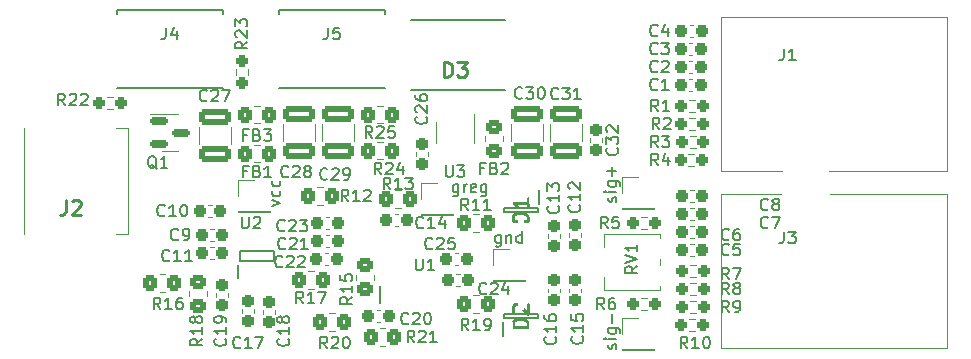
<source format=gto>
G04 #@! TF.GenerationSoftware,KiCad,Pcbnew,(6.0.9-0)*
G04 #@! TF.CreationDate,2023-02-01T14:54:16-05:00*
G04 #@! TF.ProjectId,beach_bod_02,62656163-685f-4626-9f64-5f30322e6b69,rev?*
G04 #@! TF.SameCoordinates,Original*
G04 #@! TF.FileFunction,Legend,Top*
G04 #@! TF.FilePolarity,Positive*
%FSLAX46Y46*%
G04 Gerber Fmt 4.6, Leading zero omitted, Abs format (unit mm)*
G04 Created by KiCad (PCBNEW (6.0.9-0)) date 2023-02-01 14:54:16*
%MOMM*%
%LPD*%
G01*
G04 APERTURE LIST*
G04 Aperture macros list*
%AMRoundRect*
0 Rectangle with rounded corners*
0 $1 Rounding radius*
0 $2 $3 $4 $5 $6 $7 $8 $9 X,Y pos of 4 corners*
0 Add a 4 corners polygon primitive as box body*
4,1,4,$2,$3,$4,$5,$6,$7,$8,$9,$2,$3,0*
0 Add four circle primitives for the rounded corners*
1,1,$1+$1,$2,$3*
1,1,$1+$1,$4,$5*
1,1,$1+$1,$6,$7*
1,1,$1+$1,$8,$9*
0 Add four rect primitives between the rounded corners*
20,1,$1+$1,$2,$3,$4,$5,0*
20,1,$1+$1,$4,$5,$6,$7,0*
20,1,$1+$1,$6,$7,$8,$9,0*
20,1,$1+$1,$8,$9,$2,$3,0*%
G04 Aperture macros list end*
%ADD10C,0.150000*%
%ADD11C,0.254000*%
%ADD12C,0.120000*%
%ADD13C,0.100000*%
%ADD14C,0.200000*%
%ADD15C,3.200000*%
%ADD16C,2.300000*%
%ADD17C,4.400000*%
%ADD18C,1.755000*%
%ADD19C,2.025000*%
%ADD20RoundRect,0.250000X0.450000X-0.350000X0.450000X0.350000X-0.450000X0.350000X-0.450000X-0.350000X0*%
%ADD21R,0.600000X1.150000*%
%ADD22RoundRect,0.237500X0.300000X0.237500X-0.300000X0.237500X-0.300000X-0.237500X0.300000X-0.237500X0*%
%ADD23R,1.700000X1.700000*%
%ADD24RoundRect,0.250000X0.350000X0.450000X-0.350000X0.450000X-0.350000X-0.450000X0.350000X-0.450000X0*%
%ADD25RoundRect,0.237500X0.237500X-0.300000X0.237500X0.300000X-0.237500X0.300000X-0.237500X-0.300000X0*%
%ADD26RoundRect,0.250000X-0.350000X-0.450000X0.350000X-0.450000X0.350000X0.450000X-0.350000X0.450000X0*%
%ADD27RoundRect,0.237500X0.250000X0.237500X-0.250000X0.237500X-0.250000X-0.237500X0.250000X-0.237500X0*%
%ADD28RoundRect,0.237500X-0.250000X-0.237500X0.250000X-0.237500X0.250000X0.237500X-0.250000X0.237500X0*%
%ADD29RoundRect,0.237500X-0.300000X-0.237500X0.300000X-0.237500X0.300000X0.237500X-0.300000X0.237500X0*%
%ADD30RoundRect,0.250000X1.100000X-0.412500X1.100000X0.412500X-1.100000X0.412500X-1.100000X-0.412500X0*%
%ADD31RoundRect,0.250000X-1.100000X0.412500X-1.100000X-0.412500X1.100000X-0.412500X1.100000X0.412500X0*%
%ADD32RoundRect,0.237500X-0.237500X0.250000X-0.237500X-0.250000X0.237500X-0.250000X0.237500X0.250000X0*%
%ADD33R,0.450000X1.425000*%
%ADD34R,1.880000X1.680000*%
%ADD35R,2.000000X1.300000*%
%ADD36R,2.000000X2.000000*%
%ADD37R,2.200000X3.150000*%
%ADD38R,0.550000X1.050000*%
%ADD39C,0.650000*%
%ADD40O,1.108000X2.216000*%
%ADD41RoundRect,0.150000X-0.587500X-0.150000X0.587500X-0.150000X0.587500X0.150000X-0.587500X0.150000X0*%
%ADD42R,0.650000X1.560000*%
%ADD43RoundRect,0.237500X-0.237500X0.300000X-0.237500X-0.300000X0.237500X-0.300000X0.237500X0.300000X0*%
G04 APERTURE END LIST*
D10*
X160448666Y-93178380D02*
X160448666Y-93892666D01*
X160401047Y-94035523D01*
X160305809Y-94130761D01*
X160162952Y-94178380D01*
X160067714Y-94178380D01*
X160829619Y-93178380D02*
X161448666Y-93178380D01*
X161115333Y-93559333D01*
X161258190Y-93559333D01*
X161353428Y-93606952D01*
X161401047Y-93654571D01*
X161448666Y-93749809D01*
X161448666Y-93987904D01*
X161401047Y-94083142D01*
X161353428Y-94130761D01*
X161258190Y-94178380D01*
X160972476Y-94178380D01*
X160877238Y-94130761D01*
X160829619Y-94083142D01*
X160448666Y-77684380D02*
X160448666Y-78398666D01*
X160401047Y-78541523D01*
X160305809Y-78636761D01*
X160162952Y-78684380D01*
X160067714Y-78684380D01*
X161448666Y-78684380D02*
X160877238Y-78684380D01*
X161162952Y-78684380D02*
X161162952Y-77684380D01*
X161067714Y-77827238D01*
X160972476Y-77922476D01*
X160877238Y-77970095D01*
D11*
X99652666Y-90490523D02*
X99652666Y-91397666D01*
X99592190Y-91579095D01*
X99471238Y-91700047D01*
X99289809Y-91760523D01*
X99168857Y-91760523D01*
X100196952Y-90611476D02*
X100257428Y-90551000D01*
X100378380Y-90490523D01*
X100680761Y-90490523D01*
X100801714Y-90551000D01*
X100862190Y-90611476D01*
X100922666Y-90732428D01*
X100922666Y-90853380D01*
X100862190Y-91034809D01*
X100136476Y-91760523D01*
X100922666Y-91760523D01*
D10*
X111196380Y-102242857D02*
X110720190Y-102576190D01*
X111196380Y-102814285D02*
X110196380Y-102814285D01*
X110196380Y-102433333D01*
X110244000Y-102338095D01*
X110291619Y-102290476D01*
X110386857Y-102242857D01*
X110529714Y-102242857D01*
X110624952Y-102290476D01*
X110672571Y-102338095D01*
X110720190Y-102433333D01*
X110720190Y-102814285D01*
X111196380Y-101290476D02*
X111196380Y-101861904D01*
X111196380Y-101576190D02*
X110196380Y-101576190D01*
X110339238Y-101671428D01*
X110434476Y-101766666D01*
X110482095Y-101861904D01*
X110624952Y-100719047D02*
X110577333Y-100814285D01*
X110529714Y-100861904D01*
X110434476Y-100909523D01*
X110386857Y-100909523D01*
X110291619Y-100861904D01*
X110244000Y-100814285D01*
X110196380Y-100719047D01*
X110196380Y-100528571D01*
X110244000Y-100433333D01*
X110291619Y-100385714D01*
X110386857Y-100338095D01*
X110434476Y-100338095D01*
X110529714Y-100385714D01*
X110577333Y-100433333D01*
X110624952Y-100528571D01*
X110624952Y-100719047D01*
X110672571Y-100814285D01*
X110720190Y-100861904D01*
X110815428Y-100909523D01*
X111005904Y-100909523D01*
X111101142Y-100861904D01*
X111148761Y-100814285D01*
X111196380Y-100719047D01*
X111196380Y-100528571D01*
X111148761Y-100433333D01*
X111101142Y-100385714D01*
X111005904Y-100338095D01*
X110815428Y-100338095D01*
X110720190Y-100385714D01*
X110672571Y-100433333D01*
X110624952Y-100528571D01*
X123896380Y-98702857D02*
X123420190Y-99036190D01*
X123896380Y-99274285D02*
X122896380Y-99274285D01*
X122896380Y-98893333D01*
X122944000Y-98798095D01*
X122991619Y-98750476D01*
X123086857Y-98702857D01*
X123229714Y-98702857D01*
X123324952Y-98750476D01*
X123372571Y-98798095D01*
X123420190Y-98893333D01*
X123420190Y-99274285D01*
X123896380Y-97750476D02*
X123896380Y-98321904D01*
X123896380Y-98036190D02*
X122896380Y-98036190D01*
X123039238Y-98131428D01*
X123134476Y-98226666D01*
X123182095Y-98321904D01*
X122896380Y-96845714D02*
X122896380Y-97321904D01*
X123372571Y-97369523D01*
X123324952Y-97321904D01*
X123277333Y-97226666D01*
X123277333Y-96988571D01*
X123324952Y-96893333D01*
X123372571Y-96845714D01*
X123467809Y-96798095D01*
X123705904Y-96798095D01*
X123801142Y-96845714D01*
X123848761Y-96893333D01*
X123896380Y-96988571D01*
X123896380Y-97226666D01*
X123848761Y-97321904D01*
X123801142Y-97369523D01*
D11*
X138750523Y-101267380D02*
X137480523Y-101267380D01*
X137480523Y-100965000D01*
X137541000Y-100783571D01*
X137661952Y-100662619D01*
X137782904Y-100602142D01*
X138024809Y-100541666D01*
X138206238Y-100541666D01*
X138448142Y-100602142D01*
X138569095Y-100662619D01*
X138690047Y-100783571D01*
X138750523Y-100965000D01*
X138750523Y-101267380D01*
X137601476Y-100057857D02*
X137541000Y-99997380D01*
X137480523Y-99876428D01*
X137480523Y-99574047D01*
X137541000Y-99453095D01*
X137601476Y-99392619D01*
X137722428Y-99332142D01*
X137843380Y-99332142D01*
X138024809Y-99392619D01*
X138750523Y-100118333D01*
X138750523Y-99332142D01*
D10*
X149749833Y-76557142D02*
X149702214Y-76604761D01*
X149559357Y-76652380D01*
X149464119Y-76652380D01*
X149321261Y-76604761D01*
X149226023Y-76509523D01*
X149178404Y-76414285D01*
X149130785Y-76223809D01*
X149130785Y-76080952D01*
X149178404Y-75890476D01*
X149226023Y-75795238D01*
X149321261Y-75700000D01*
X149464119Y-75652380D01*
X149559357Y-75652380D01*
X149702214Y-75700000D01*
X149749833Y-75747619D01*
X150606976Y-75985714D02*
X150606976Y-76652380D01*
X150368880Y-75604761D02*
X150130785Y-76319047D01*
X150749833Y-76319047D01*
X136469523Y-93467714D02*
X136469523Y-94277238D01*
X136421904Y-94372476D01*
X136374285Y-94420095D01*
X136279047Y-94467714D01*
X136136190Y-94467714D01*
X136040952Y-94420095D01*
X136469523Y-94086761D02*
X136374285Y-94134380D01*
X136183809Y-94134380D01*
X136088571Y-94086761D01*
X136040952Y-94039142D01*
X135993333Y-93943904D01*
X135993333Y-93658190D01*
X136040952Y-93562952D01*
X136088571Y-93515333D01*
X136183809Y-93467714D01*
X136374285Y-93467714D01*
X136469523Y-93515333D01*
X136945714Y-93467714D02*
X136945714Y-94134380D01*
X136945714Y-93562952D02*
X136993333Y-93515333D01*
X137088571Y-93467714D01*
X137231428Y-93467714D01*
X137326666Y-93515333D01*
X137374285Y-93610571D01*
X137374285Y-94134380D01*
X138279047Y-94134380D02*
X138279047Y-93134380D01*
X138279047Y-94086761D02*
X138183809Y-94134380D01*
X137993333Y-94134380D01*
X137898095Y-94086761D01*
X137850476Y-94039142D01*
X137802857Y-93943904D01*
X137802857Y-93658190D01*
X137850476Y-93562952D01*
X137898095Y-93515333D01*
X137993333Y-93467714D01*
X138183809Y-93467714D01*
X138279047Y-93515333D01*
X119737142Y-99258380D02*
X119403809Y-98782190D01*
X119165714Y-99258380D02*
X119165714Y-98258380D01*
X119546666Y-98258380D01*
X119641904Y-98306000D01*
X119689523Y-98353619D01*
X119737142Y-98448857D01*
X119737142Y-98591714D01*
X119689523Y-98686952D01*
X119641904Y-98734571D01*
X119546666Y-98782190D01*
X119165714Y-98782190D01*
X120689523Y-99258380D02*
X120118095Y-99258380D01*
X120403809Y-99258380D02*
X120403809Y-98258380D01*
X120308571Y-98401238D01*
X120213333Y-98496476D01*
X120118095Y-98544095D01*
X121022857Y-98258380D02*
X121689523Y-98258380D01*
X121260952Y-99258380D01*
X114419142Y-102973142D02*
X114371523Y-103020761D01*
X114228666Y-103068380D01*
X114133428Y-103068380D01*
X113990571Y-103020761D01*
X113895333Y-102925523D01*
X113847714Y-102830285D01*
X113800095Y-102639809D01*
X113800095Y-102496952D01*
X113847714Y-102306476D01*
X113895333Y-102211238D01*
X113990571Y-102116000D01*
X114133428Y-102068380D01*
X114228666Y-102068380D01*
X114371523Y-102116000D01*
X114419142Y-102163619D01*
X115371523Y-103068380D02*
X114800095Y-103068380D01*
X115085809Y-103068380D02*
X115085809Y-102068380D01*
X114990571Y-102211238D01*
X114895333Y-102306476D01*
X114800095Y-102354095D01*
X115704857Y-102068380D02*
X116371523Y-102068380D01*
X115942952Y-103068380D01*
X143359142Y-102049357D02*
X143406761Y-102096976D01*
X143454380Y-102239833D01*
X143454380Y-102335071D01*
X143406761Y-102477928D01*
X143311523Y-102573166D01*
X143216285Y-102620785D01*
X143025809Y-102668404D01*
X142882952Y-102668404D01*
X142692476Y-102620785D01*
X142597238Y-102573166D01*
X142502000Y-102477928D01*
X142454380Y-102335071D01*
X142454380Y-102239833D01*
X142502000Y-102096976D01*
X142549619Y-102049357D01*
X143454380Y-101096976D02*
X143454380Y-101668404D01*
X143454380Y-101382690D02*
X142454380Y-101382690D01*
X142597238Y-101477928D01*
X142692476Y-101573166D01*
X142740095Y-101668404D01*
X142454380Y-100192214D02*
X142454380Y-100668404D01*
X142930571Y-100716023D01*
X142882952Y-100668404D01*
X142835333Y-100573166D01*
X142835333Y-100335071D01*
X142882952Y-100239833D01*
X142930571Y-100192214D01*
X143025809Y-100144595D01*
X143263904Y-100144595D01*
X143359142Y-100192214D01*
X143406761Y-100239833D01*
X143454380Y-100335071D01*
X143454380Y-100573166D01*
X143406761Y-100668404D01*
X143359142Y-100716023D01*
X135056666Y-87812571D02*
X134723333Y-87812571D01*
X134723333Y-88336380D02*
X134723333Y-87336380D01*
X135199523Y-87336380D01*
X135913809Y-87812571D02*
X136056666Y-87860190D01*
X136104285Y-87907809D01*
X136151904Y-88003047D01*
X136151904Y-88145904D01*
X136104285Y-88241142D01*
X136056666Y-88288761D01*
X135961428Y-88336380D01*
X135580476Y-88336380D01*
X135580476Y-87336380D01*
X135913809Y-87336380D01*
X136009047Y-87384000D01*
X136056666Y-87431619D01*
X136104285Y-87526857D01*
X136104285Y-87622095D01*
X136056666Y-87717333D01*
X136009047Y-87764952D01*
X135913809Y-87812571D01*
X135580476Y-87812571D01*
X136532857Y-87431619D02*
X136580476Y-87384000D01*
X136675714Y-87336380D01*
X136913809Y-87336380D01*
X137009047Y-87384000D01*
X137056666Y-87431619D01*
X137104285Y-87526857D01*
X137104285Y-87622095D01*
X137056666Y-87764952D01*
X136485238Y-88336380D01*
X137104285Y-88336380D01*
X121774206Y-103068380D02*
X121440873Y-102592190D01*
X121202778Y-103068380D02*
X121202778Y-102068380D01*
X121583730Y-102068380D01*
X121678968Y-102116000D01*
X121726587Y-102163619D01*
X121774206Y-102258857D01*
X121774206Y-102401714D01*
X121726587Y-102496952D01*
X121678968Y-102544571D01*
X121583730Y-102592190D01*
X121202778Y-102592190D01*
X122155159Y-102163619D02*
X122202778Y-102116000D01*
X122298016Y-102068380D01*
X122536111Y-102068380D01*
X122631349Y-102116000D01*
X122678968Y-102163619D01*
X122726587Y-102258857D01*
X122726587Y-102354095D01*
X122678968Y-102496952D01*
X122107540Y-103068380D01*
X122726587Y-103068380D01*
X123345635Y-102068380D02*
X123440873Y-102068380D01*
X123536111Y-102116000D01*
X123583730Y-102163619D01*
X123631349Y-102258857D01*
X123678968Y-102449333D01*
X123678968Y-102687428D01*
X123631349Y-102877904D01*
X123583730Y-102973142D01*
X123536111Y-103020761D01*
X123440873Y-103068380D01*
X123345635Y-103068380D01*
X123250397Y-103020761D01*
X123202778Y-102973142D01*
X123155159Y-102877904D01*
X123107540Y-102687428D01*
X123107540Y-102449333D01*
X123155159Y-102258857D01*
X123202778Y-102163619D01*
X123250397Y-102116000D01*
X123345635Y-102068380D01*
X155789333Y-98496380D02*
X155456000Y-98020190D01*
X155217904Y-98496380D02*
X155217904Y-97496380D01*
X155598857Y-97496380D01*
X155694095Y-97544000D01*
X155741714Y-97591619D01*
X155789333Y-97686857D01*
X155789333Y-97829714D01*
X155741714Y-97924952D01*
X155694095Y-97972571D01*
X155598857Y-98020190D01*
X155217904Y-98020190D01*
X156360761Y-97924952D02*
X156265523Y-97877333D01*
X156217904Y-97829714D01*
X156170285Y-97734476D01*
X156170285Y-97686857D01*
X156217904Y-97591619D01*
X156265523Y-97544000D01*
X156360761Y-97496380D01*
X156551238Y-97496380D01*
X156646476Y-97544000D01*
X156694095Y-97591619D01*
X156741714Y-97686857D01*
X156741714Y-97734476D01*
X156694095Y-97829714D01*
X156646476Y-97877333D01*
X156551238Y-97924952D01*
X156360761Y-97924952D01*
X156265523Y-97972571D01*
X156217904Y-98020190D01*
X156170285Y-98115428D01*
X156170285Y-98305904D01*
X156217904Y-98401142D01*
X156265523Y-98448761D01*
X156360761Y-98496380D01*
X156551238Y-98496380D01*
X156646476Y-98448761D01*
X156694095Y-98401142D01*
X156741714Y-98305904D01*
X156741714Y-98115428D01*
X156694095Y-98020190D01*
X156646476Y-97972571D01*
X156551238Y-97924952D01*
X127119142Y-89606380D02*
X126785809Y-89130190D01*
X126547714Y-89606380D02*
X126547714Y-88606380D01*
X126928666Y-88606380D01*
X127023904Y-88654000D01*
X127071523Y-88701619D01*
X127119142Y-88796857D01*
X127119142Y-88939714D01*
X127071523Y-89034952D01*
X127023904Y-89082571D01*
X126928666Y-89130190D01*
X126547714Y-89130190D01*
X128071523Y-89606380D02*
X127500095Y-89606380D01*
X127785809Y-89606380D02*
X127785809Y-88606380D01*
X127690571Y-88749238D01*
X127595333Y-88844476D01*
X127500095Y-88892095D01*
X128404857Y-88606380D02*
X129023904Y-88606380D01*
X128690571Y-88987333D01*
X128833428Y-88987333D01*
X128928666Y-89034952D01*
X128976285Y-89082571D01*
X129023904Y-89177809D01*
X129023904Y-89415904D01*
X128976285Y-89511142D01*
X128928666Y-89558761D01*
X128833428Y-89606380D01*
X128547714Y-89606380D01*
X128452476Y-89558761D01*
X128404857Y-89511142D01*
X149796833Y-87574380D02*
X149463500Y-87098190D01*
X149225404Y-87574380D02*
X149225404Y-86574380D01*
X149606357Y-86574380D01*
X149701595Y-86622000D01*
X149749214Y-86669619D01*
X149796833Y-86764857D01*
X149796833Y-86907714D01*
X149749214Y-87002952D01*
X149701595Y-87050571D01*
X149606357Y-87098190D01*
X149225404Y-87098190D01*
X150653976Y-86907714D02*
X150653976Y-87574380D01*
X150415880Y-86526761D02*
X150177785Y-87241047D01*
X150796833Y-87241047D01*
X118229142Y-94591142D02*
X118181523Y-94638761D01*
X118038666Y-94686380D01*
X117943428Y-94686380D01*
X117800571Y-94638761D01*
X117705333Y-94543523D01*
X117657714Y-94448285D01*
X117610095Y-94257809D01*
X117610095Y-94114952D01*
X117657714Y-93924476D01*
X117705333Y-93829238D01*
X117800571Y-93734000D01*
X117943428Y-93686380D01*
X118038666Y-93686380D01*
X118181523Y-93734000D01*
X118229142Y-93781619D01*
X118610095Y-93781619D02*
X118657714Y-93734000D01*
X118752952Y-93686380D01*
X118991047Y-93686380D01*
X119086285Y-93734000D01*
X119133904Y-93781619D01*
X119181523Y-93876857D01*
X119181523Y-93972095D01*
X119133904Y-94114952D01*
X118562476Y-94686380D01*
X119181523Y-94686380D01*
X120133904Y-94686380D02*
X119562476Y-94686380D01*
X119848190Y-94686380D02*
X119848190Y-93686380D01*
X119752952Y-93829238D01*
X119657714Y-93924476D01*
X119562476Y-93972095D01*
X145224833Y-99766380D02*
X144891500Y-99290190D01*
X144653404Y-99766380D02*
X144653404Y-98766380D01*
X145034357Y-98766380D01*
X145129595Y-98814000D01*
X145177214Y-98861619D01*
X145224833Y-98956857D01*
X145224833Y-99099714D01*
X145177214Y-99194952D01*
X145129595Y-99242571D01*
X145034357Y-99290190D01*
X144653404Y-99290190D01*
X146081976Y-98766380D02*
X145891500Y-98766380D01*
X145796261Y-98814000D01*
X145748642Y-98861619D01*
X145653404Y-99004476D01*
X145605785Y-99194952D01*
X145605785Y-99575904D01*
X145653404Y-99671142D01*
X145701023Y-99718761D01*
X145796261Y-99766380D01*
X145986738Y-99766380D01*
X146081976Y-99718761D01*
X146129595Y-99671142D01*
X146177214Y-99575904D01*
X146177214Y-99337809D01*
X146129595Y-99242571D01*
X146081976Y-99194952D01*
X145986738Y-99147333D01*
X145796261Y-99147333D01*
X145701023Y-99194952D01*
X145653404Y-99242571D01*
X145605785Y-99337809D01*
X130675142Y-94591142D02*
X130627523Y-94638761D01*
X130484666Y-94686380D01*
X130389428Y-94686380D01*
X130246571Y-94638761D01*
X130151333Y-94543523D01*
X130103714Y-94448285D01*
X130056095Y-94257809D01*
X130056095Y-94114952D01*
X130103714Y-93924476D01*
X130151333Y-93829238D01*
X130246571Y-93734000D01*
X130389428Y-93686380D01*
X130484666Y-93686380D01*
X130627523Y-93734000D01*
X130675142Y-93781619D01*
X131056095Y-93781619D02*
X131103714Y-93734000D01*
X131198952Y-93686380D01*
X131437047Y-93686380D01*
X131532285Y-93734000D01*
X131579904Y-93781619D01*
X131627523Y-93876857D01*
X131627523Y-93972095D01*
X131579904Y-94114952D01*
X131008476Y-94686380D01*
X131627523Y-94686380D01*
X132532285Y-93686380D02*
X132056095Y-93686380D01*
X132008476Y-94162571D01*
X132056095Y-94114952D01*
X132151333Y-94067333D01*
X132389428Y-94067333D01*
X132484666Y-94114952D01*
X132532285Y-94162571D01*
X132579904Y-94257809D01*
X132579904Y-94495904D01*
X132532285Y-94591142D01*
X132484666Y-94638761D01*
X132389428Y-94686380D01*
X132151333Y-94686380D01*
X132056095Y-94638761D01*
X132008476Y-94591142D01*
X146200761Y-103123809D02*
X146248380Y-103028571D01*
X146248380Y-102838095D01*
X146200761Y-102742857D01*
X146105523Y-102695238D01*
X146057904Y-102695238D01*
X145962666Y-102742857D01*
X145915047Y-102838095D01*
X145915047Y-102980952D01*
X145867428Y-103076190D01*
X145772190Y-103123809D01*
X145724571Y-103123809D01*
X145629333Y-103076190D01*
X145581714Y-102980952D01*
X145581714Y-102838095D01*
X145629333Y-102742857D01*
X146248380Y-102266666D02*
X145581714Y-102266666D01*
X145248380Y-102266666D02*
X145296000Y-102314285D01*
X145343619Y-102266666D01*
X145296000Y-102219047D01*
X145248380Y-102266666D01*
X145343619Y-102266666D01*
X145581714Y-101361904D02*
X146391238Y-101361904D01*
X146486476Y-101409523D01*
X146534095Y-101457142D01*
X146581714Y-101552380D01*
X146581714Y-101695238D01*
X146534095Y-101790476D01*
X146200761Y-101361904D02*
X146248380Y-101457142D01*
X146248380Y-101647619D01*
X146200761Y-101742857D01*
X146153142Y-101790476D01*
X146057904Y-101838095D01*
X145772190Y-101838095D01*
X145676952Y-101790476D01*
X145629333Y-101742857D01*
X145581714Y-101647619D01*
X145581714Y-101457142D01*
X145629333Y-101361904D01*
X145867428Y-100885714D02*
X145867428Y-100123809D01*
X155789333Y-100020380D02*
X155456000Y-99544190D01*
X155217904Y-100020380D02*
X155217904Y-99020380D01*
X155598857Y-99020380D01*
X155694095Y-99068000D01*
X155741714Y-99115619D01*
X155789333Y-99210857D01*
X155789333Y-99353714D01*
X155741714Y-99448952D01*
X155694095Y-99496571D01*
X155598857Y-99544190D01*
X155217904Y-99544190D01*
X156265523Y-100020380D02*
X156456000Y-100020380D01*
X156551238Y-99972761D01*
X156598857Y-99925142D01*
X156694095Y-99782285D01*
X156741714Y-99591809D01*
X156741714Y-99210857D01*
X156694095Y-99115619D01*
X156646476Y-99068000D01*
X156551238Y-99020380D01*
X156360761Y-99020380D01*
X156265523Y-99068000D01*
X156217904Y-99115619D01*
X156170285Y-99210857D01*
X156170285Y-99448952D01*
X156217904Y-99544190D01*
X156265523Y-99591809D01*
X156360761Y-99639428D01*
X156551238Y-99639428D01*
X156646476Y-99591809D01*
X156694095Y-99544190D01*
X156741714Y-99448952D01*
X111593142Y-82068142D02*
X111545523Y-82115761D01*
X111402666Y-82163380D01*
X111307428Y-82163380D01*
X111164571Y-82115761D01*
X111069333Y-82020523D01*
X111021714Y-81925285D01*
X110974095Y-81734809D01*
X110974095Y-81591952D01*
X111021714Y-81401476D01*
X111069333Y-81306238D01*
X111164571Y-81211000D01*
X111307428Y-81163380D01*
X111402666Y-81163380D01*
X111545523Y-81211000D01*
X111593142Y-81258619D01*
X111974095Y-81258619D02*
X112021714Y-81211000D01*
X112116952Y-81163380D01*
X112355047Y-81163380D01*
X112450285Y-81211000D01*
X112497904Y-81258619D01*
X112545523Y-81353857D01*
X112545523Y-81449095D01*
X112497904Y-81591952D01*
X111926476Y-82163380D01*
X112545523Y-82163380D01*
X112878857Y-81163380D02*
X113545523Y-81163380D01*
X113116952Y-82163380D01*
X123563142Y-90622380D02*
X123229809Y-90146190D01*
X122991714Y-90622380D02*
X122991714Y-89622380D01*
X123372666Y-89622380D01*
X123467904Y-89670000D01*
X123515523Y-89717619D01*
X123563142Y-89812857D01*
X123563142Y-89955714D01*
X123515523Y-90050952D01*
X123467904Y-90098571D01*
X123372666Y-90146190D01*
X122991714Y-90146190D01*
X124515523Y-90622380D02*
X123944095Y-90622380D01*
X124229809Y-90622380D02*
X124229809Y-89622380D01*
X124134571Y-89765238D01*
X124039333Y-89860476D01*
X123944095Y-89908095D01*
X124896476Y-89717619D02*
X124944095Y-89670000D01*
X125039333Y-89622380D01*
X125277428Y-89622380D01*
X125372666Y-89670000D01*
X125420285Y-89717619D01*
X125467904Y-89812857D01*
X125467904Y-89908095D01*
X125420285Y-90050952D01*
X124848857Y-90622380D01*
X125467904Y-90622380D01*
X109153833Y-93829142D02*
X109106214Y-93876761D01*
X108963357Y-93924380D01*
X108868119Y-93924380D01*
X108725261Y-93876761D01*
X108630023Y-93781523D01*
X108582404Y-93686285D01*
X108534785Y-93495809D01*
X108534785Y-93352952D01*
X108582404Y-93162476D01*
X108630023Y-93067238D01*
X108725261Y-92972000D01*
X108868119Y-92924380D01*
X108963357Y-92924380D01*
X109106214Y-92972000D01*
X109153833Y-93019619D01*
X109630023Y-93924380D02*
X109820500Y-93924380D01*
X109915738Y-93876761D01*
X109963357Y-93829142D01*
X110058595Y-93686285D01*
X110106214Y-93495809D01*
X110106214Y-93114857D01*
X110058595Y-93019619D01*
X110010976Y-92972000D01*
X109915738Y-92924380D01*
X109725261Y-92924380D01*
X109630023Y-92972000D01*
X109582404Y-93019619D01*
X109534785Y-93114857D01*
X109534785Y-93352952D01*
X109582404Y-93448190D01*
X109630023Y-93495809D01*
X109725261Y-93543428D01*
X109915738Y-93543428D01*
X110010976Y-93495809D01*
X110058595Y-93448190D01*
X110106214Y-93352952D01*
X113133142Y-102242857D02*
X113180761Y-102290476D01*
X113228380Y-102433333D01*
X113228380Y-102528571D01*
X113180761Y-102671428D01*
X113085523Y-102766666D01*
X112990285Y-102814285D01*
X112799809Y-102861904D01*
X112656952Y-102861904D01*
X112466476Y-102814285D01*
X112371238Y-102766666D01*
X112276000Y-102671428D01*
X112228380Y-102528571D01*
X112228380Y-102433333D01*
X112276000Y-102290476D01*
X112323619Y-102242857D01*
X113228380Y-101290476D02*
X113228380Y-101861904D01*
X113228380Y-101576190D02*
X112228380Y-101576190D01*
X112371238Y-101671428D01*
X112466476Y-101766666D01*
X112514095Y-101861904D01*
X113228380Y-100814285D02*
X113228380Y-100623809D01*
X113180761Y-100528571D01*
X113133142Y-100480952D01*
X112990285Y-100385714D01*
X112799809Y-100338095D01*
X112418857Y-100338095D01*
X112323619Y-100385714D01*
X112276000Y-100433333D01*
X112228380Y-100528571D01*
X112228380Y-100719047D01*
X112276000Y-100814285D01*
X112323619Y-100861904D01*
X112418857Y-100909523D01*
X112656952Y-100909523D01*
X112752190Y-100861904D01*
X112799809Y-100814285D01*
X112847428Y-100719047D01*
X112847428Y-100528571D01*
X112799809Y-100433333D01*
X112752190Y-100385714D01*
X112656952Y-100338095D01*
X121801142Y-88710642D02*
X121753523Y-88758261D01*
X121610666Y-88805880D01*
X121515428Y-88805880D01*
X121372571Y-88758261D01*
X121277333Y-88663023D01*
X121229714Y-88567785D01*
X121182095Y-88377309D01*
X121182095Y-88234452D01*
X121229714Y-88043976D01*
X121277333Y-87948738D01*
X121372571Y-87853500D01*
X121515428Y-87805880D01*
X121610666Y-87805880D01*
X121753523Y-87853500D01*
X121801142Y-87901119D01*
X122182095Y-87901119D02*
X122229714Y-87853500D01*
X122324952Y-87805880D01*
X122563047Y-87805880D01*
X122658285Y-87853500D01*
X122705904Y-87901119D01*
X122753523Y-87996357D01*
X122753523Y-88091595D01*
X122705904Y-88234452D01*
X122134476Y-88805880D01*
X122753523Y-88805880D01*
X123229714Y-88805880D02*
X123420190Y-88805880D01*
X123515428Y-88758261D01*
X123563047Y-88710642D01*
X123658285Y-88567785D01*
X123705904Y-88377309D01*
X123705904Y-87996357D01*
X123658285Y-87901119D01*
X123610666Y-87853500D01*
X123515428Y-87805880D01*
X123324952Y-87805880D01*
X123229714Y-87853500D01*
X123182095Y-87901119D01*
X123134476Y-87996357D01*
X123134476Y-88234452D01*
X123182095Y-88329690D01*
X123229714Y-88377309D01*
X123324952Y-88424928D01*
X123515428Y-88424928D01*
X123610666Y-88377309D01*
X123658285Y-88329690D01*
X123705904Y-88234452D01*
X107661642Y-99766380D02*
X107328309Y-99290190D01*
X107090214Y-99766380D02*
X107090214Y-98766380D01*
X107471166Y-98766380D01*
X107566404Y-98814000D01*
X107614023Y-98861619D01*
X107661642Y-98956857D01*
X107661642Y-99099714D01*
X107614023Y-99194952D01*
X107566404Y-99242571D01*
X107471166Y-99290190D01*
X107090214Y-99290190D01*
X108614023Y-99766380D02*
X108042595Y-99766380D01*
X108328309Y-99766380D02*
X108328309Y-98766380D01*
X108233071Y-98909238D01*
X108137833Y-99004476D01*
X108042595Y-99052095D01*
X109471166Y-98766380D02*
X109280690Y-98766380D01*
X109185452Y-98814000D01*
X109137833Y-98861619D01*
X109042595Y-99004476D01*
X108994976Y-99194952D01*
X108994976Y-99575904D01*
X109042595Y-99671142D01*
X109090214Y-99718761D01*
X109185452Y-99766380D01*
X109375928Y-99766380D01*
X109471166Y-99718761D01*
X109518785Y-99671142D01*
X109566404Y-99575904D01*
X109566404Y-99337809D01*
X109518785Y-99242571D01*
X109471166Y-99194952D01*
X109375928Y-99147333D01*
X109185452Y-99147333D01*
X109090214Y-99194952D01*
X109042595Y-99242571D01*
X108994976Y-99337809D01*
X115006380Y-77096857D02*
X114530190Y-77430190D01*
X115006380Y-77668285D02*
X114006380Y-77668285D01*
X114006380Y-77287333D01*
X114054000Y-77192095D01*
X114101619Y-77144476D01*
X114196857Y-77096857D01*
X114339714Y-77096857D01*
X114434952Y-77144476D01*
X114482571Y-77192095D01*
X114530190Y-77287333D01*
X114530190Y-77668285D01*
X114101619Y-76715904D02*
X114054000Y-76668285D01*
X114006380Y-76573047D01*
X114006380Y-76334952D01*
X114054000Y-76239714D01*
X114101619Y-76192095D01*
X114196857Y-76144476D01*
X114292095Y-76144476D01*
X114434952Y-76192095D01*
X115006380Y-76763523D01*
X115006380Y-76144476D01*
X114006380Y-75811142D02*
X114006380Y-75192095D01*
X114387333Y-75525428D01*
X114387333Y-75382571D01*
X114434952Y-75287333D01*
X114482571Y-75239714D01*
X114577809Y-75192095D01*
X114815904Y-75192095D01*
X114911142Y-75239714D01*
X114958761Y-75287333D01*
X115006380Y-75382571D01*
X115006380Y-75668285D01*
X114958761Y-75763523D01*
X114911142Y-75811142D01*
X108423642Y-95607142D02*
X108376023Y-95654761D01*
X108233166Y-95702380D01*
X108137928Y-95702380D01*
X107995071Y-95654761D01*
X107899833Y-95559523D01*
X107852214Y-95464285D01*
X107804595Y-95273809D01*
X107804595Y-95130952D01*
X107852214Y-94940476D01*
X107899833Y-94845238D01*
X107995071Y-94750000D01*
X108137928Y-94702380D01*
X108233166Y-94702380D01*
X108376023Y-94750000D01*
X108423642Y-94797619D01*
X109376023Y-95702380D02*
X108804595Y-95702380D01*
X109090309Y-95702380D02*
X109090309Y-94702380D01*
X108995071Y-94845238D01*
X108899833Y-94940476D01*
X108804595Y-94988095D01*
X110328404Y-95702380D02*
X109756976Y-95702380D01*
X110042690Y-95702380D02*
X110042690Y-94702380D01*
X109947452Y-94845238D01*
X109852214Y-94940476D01*
X109756976Y-94988095D01*
X108016142Y-91797142D02*
X107968523Y-91844761D01*
X107825666Y-91892380D01*
X107730428Y-91892380D01*
X107587571Y-91844761D01*
X107492333Y-91749523D01*
X107444714Y-91654285D01*
X107397095Y-91463809D01*
X107397095Y-91320952D01*
X107444714Y-91130476D01*
X107492333Y-91035238D01*
X107587571Y-90940000D01*
X107730428Y-90892380D01*
X107825666Y-90892380D01*
X107968523Y-90940000D01*
X108016142Y-90987619D01*
X108968523Y-91892380D02*
X108397095Y-91892380D01*
X108682809Y-91892380D02*
X108682809Y-90892380D01*
X108587571Y-91035238D01*
X108492333Y-91130476D01*
X108397095Y-91178095D01*
X109587571Y-90892380D02*
X109682809Y-90892380D01*
X109778047Y-90940000D01*
X109825666Y-90987619D01*
X109873285Y-91082857D01*
X109920904Y-91273333D01*
X109920904Y-91511428D01*
X109873285Y-91701904D01*
X109825666Y-91797142D01*
X109778047Y-91844761D01*
X109682809Y-91892380D01*
X109587571Y-91892380D01*
X109492333Y-91844761D01*
X109444714Y-91797142D01*
X109397095Y-91701904D01*
X109349476Y-91511428D01*
X109349476Y-91273333D01*
X109397095Y-91082857D01*
X109444714Y-90987619D01*
X109492333Y-90940000D01*
X109587571Y-90892380D01*
X152265142Y-103068380D02*
X151931809Y-102592190D01*
X151693714Y-103068380D02*
X151693714Y-102068380D01*
X152074666Y-102068380D01*
X152169904Y-102116000D01*
X152217523Y-102163619D01*
X152265142Y-102258857D01*
X152265142Y-102401714D01*
X152217523Y-102496952D01*
X152169904Y-102544571D01*
X152074666Y-102592190D01*
X151693714Y-102592190D01*
X153217523Y-103068380D02*
X152646095Y-103068380D01*
X152931809Y-103068380D02*
X152931809Y-102068380D01*
X152836571Y-102211238D01*
X152741333Y-102306476D01*
X152646095Y-102354095D01*
X153836571Y-102068380D02*
X153931809Y-102068380D01*
X154027047Y-102116000D01*
X154074666Y-102163619D01*
X154122285Y-102258857D01*
X154169904Y-102449333D01*
X154169904Y-102687428D01*
X154122285Y-102877904D01*
X154074666Y-102973142D01*
X154027047Y-103020761D01*
X153931809Y-103068380D01*
X153836571Y-103068380D01*
X153741333Y-103020761D01*
X153693714Y-102973142D01*
X153646095Y-102877904D01*
X153598476Y-102687428D01*
X153598476Y-102449333D01*
X153646095Y-102258857D01*
X153693714Y-102163619D01*
X153741333Y-102116000D01*
X153836571Y-102068380D01*
X159091333Y-92813142D02*
X159043714Y-92860761D01*
X158900857Y-92908380D01*
X158805619Y-92908380D01*
X158662761Y-92860761D01*
X158567523Y-92765523D01*
X158519904Y-92670285D01*
X158472285Y-92479809D01*
X158472285Y-92336952D01*
X158519904Y-92146476D01*
X158567523Y-92051238D01*
X158662761Y-91956000D01*
X158805619Y-91908380D01*
X158900857Y-91908380D01*
X159043714Y-91956000D01*
X159091333Y-92003619D01*
X159424666Y-91908380D02*
X160091333Y-91908380D01*
X159662761Y-92908380D01*
X132881809Y-89193714D02*
X132881809Y-90003238D01*
X132834190Y-90098476D01*
X132786571Y-90146095D01*
X132691333Y-90193714D01*
X132548476Y-90193714D01*
X132453238Y-90146095D01*
X132881809Y-89812761D02*
X132786571Y-89860380D01*
X132596095Y-89860380D01*
X132500857Y-89812761D01*
X132453238Y-89765142D01*
X132405619Y-89669904D01*
X132405619Y-89384190D01*
X132453238Y-89288952D01*
X132500857Y-89241333D01*
X132596095Y-89193714D01*
X132786571Y-89193714D01*
X132881809Y-89241333D01*
X133358000Y-89860380D02*
X133358000Y-89193714D01*
X133358000Y-89384190D02*
X133405619Y-89288952D01*
X133453238Y-89241333D01*
X133548476Y-89193714D01*
X133643714Y-89193714D01*
X134358000Y-89812761D02*
X134262761Y-89860380D01*
X134072285Y-89860380D01*
X133977047Y-89812761D01*
X133929428Y-89717523D01*
X133929428Y-89336571D01*
X133977047Y-89241333D01*
X134072285Y-89193714D01*
X134262761Y-89193714D01*
X134358000Y-89241333D01*
X134405619Y-89336571D01*
X134405619Y-89431809D01*
X133929428Y-89527047D01*
X135262761Y-89193714D02*
X135262761Y-90003238D01*
X135215142Y-90098476D01*
X135167523Y-90146095D01*
X135072285Y-90193714D01*
X134929428Y-90193714D01*
X134834190Y-90146095D01*
X135262761Y-89812761D02*
X135167523Y-89860380D01*
X134977047Y-89860380D01*
X134881809Y-89812761D01*
X134834190Y-89765142D01*
X134786571Y-89669904D01*
X134786571Y-89384190D01*
X134834190Y-89288952D01*
X134881809Y-89241333D01*
X134977047Y-89193714D01*
X135167523Y-89193714D01*
X135262761Y-89241333D01*
X117133714Y-91011238D02*
X117800380Y-90773142D01*
X117133714Y-90535047D01*
X117752761Y-89725523D02*
X117800380Y-89820761D01*
X117800380Y-90011238D01*
X117752761Y-90106476D01*
X117705142Y-90154095D01*
X117609904Y-90201714D01*
X117324190Y-90201714D01*
X117228952Y-90154095D01*
X117181333Y-90106476D01*
X117133714Y-90011238D01*
X117133714Y-89820761D01*
X117181333Y-89725523D01*
X117752761Y-88868380D02*
X117800380Y-88963619D01*
X117800380Y-89154095D01*
X117752761Y-89249333D01*
X117705142Y-89296952D01*
X117609904Y-89344571D01*
X117324190Y-89344571D01*
X117228952Y-89296952D01*
X117181333Y-89249333D01*
X117133714Y-89154095D01*
X117133714Y-88963619D01*
X117181333Y-88868380D01*
X155789333Y-95099142D02*
X155741714Y-95146761D01*
X155598857Y-95194380D01*
X155503619Y-95194380D01*
X155360761Y-95146761D01*
X155265523Y-95051523D01*
X155217904Y-94956285D01*
X155170285Y-94765809D01*
X155170285Y-94622952D01*
X155217904Y-94432476D01*
X155265523Y-94337238D01*
X155360761Y-94242000D01*
X155503619Y-94194380D01*
X155598857Y-94194380D01*
X155741714Y-94242000D01*
X155789333Y-94289619D01*
X156694095Y-94194380D02*
X156217904Y-94194380D01*
X156170285Y-94670571D01*
X156217904Y-94622952D01*
X156313142Y-94575333D01*
X156551238Y-94575333D01*
X156646476Y-94622952D01*
X156694095Y-94670571D01*
X156741714Y-94765809D01*
X156741714Y-95003904D01*
X156694095Y-95099142D01*
X156646476Y-95146761D01*
X156551238Y-95194380D01*
X156313142Y-95194380D01*
X156217904Y-95146761D01*
X156170285Y-95099142D01*
X145525833Y-92908380D02*
X145192500Y-92432190D01*
X144954404Y-92908380D02*
X144954404Y-91908380D01*
X145335357Y-91908380D01*
X145430595Y-91956000D01*
X145478214Y-92003619D01*
X145525833Y-92098857D01*
X145525833Y-92241714D01*
X145478214Y-92336952D01*
X145430595Y-92384571D01*
X145335357Y-92432190D01*
X144954404Y-92432190D01*
X146430595Y-91908380D02*
X145954404Y-91908380D01*
X145906785Y-92384571D01*
X145954404Y-92336952D01*
X146049642Y-92289333D01*
X146287738Y-92289333D01*
X146382976Y-92336952D01*
X146430595Y-92384571D01*
X146478214Y-92479809D01*
X146478214Y-92717904D01*
X146430595Y-92813142D01*
X146382976Y-92860761D01*
X146287738Y-92908380D01*
X146049642Y-92908380D01*
X145954404Y-92860761D01*
X145906785Y-92813142D01*
X138279142Y-81852642D02*
X138231523Y-81900261D01*
X138088666Y-81947880D01*
X137993428Y-81947880D01*
X137850571Y-81900261D01*
X137755333Y-81805023D01*
X137707714Y-81709785D01*
X137660095Y-81519309D01*
X137660095Y-81376452D01*
X137707714Y-81185976D01*
X137755333Y-81090738D01*
X137850571Y-80995500D01*
X137993428Y-80947880D01*
X138088666Y-80947880D01*
X138231523Y-80995500D01*
X138279142Y-81043119D01*
X138612476Y-80947880D02*
X139231523Y-80947880D01*
X138898190Y-81328833D01*
X139041047Y-81328833D01*
X139136285Y-81376452D01*
X139183904Y-81424071D01*
X139231523Y-81519309D01*
X139231523Y-81757404D01*
X139183904Y-81852642D01*
X139136285Y-81900261D01*
X139041047Y-81947880D01*
X138755333Y-81947880D01*
X138660095Y-81900261D01*
X138612476Y-81852642D01*
X139850571Y-80947880D02*
X139945809Y-80947880D01*
X140041047Y-80995500D01*
X140088666Y-81043119D01*
X140136285Y-81138357D01*
X140183904Y-81328833D01*
X140183904Y-81566928D01*
X140136285Y-81757404D01*
X140088666Y-81852642D01*
X140041047Y-81900261D01*
X139945809Y-81947880D01*
X139850571Y-81947880D01*
X139755333Y-81900261D01*
X139707714Y-81852642D01*
X139660095Y-81757404D01*
X139612476Y-81566928D01*
X139612476Y-81328833D01*
X139660095Y-81138357D01*
X139707714Y-81043119D01*
X139755333Y-80995500D01*
X139850571Y-80947880D01*
X129286095Y-95464380D02*
X129286095Y-96273904D01*
X129333714Y-96369142D01*
X129381333Y-96416761D01*
X129476571Y-96464380D01*
X129667047Y-96464380D01*
X129762285Y-96416761D01*
X129809904Y-96369142D01*
X129857523Y-96273904D01*
X129857523Y-95464380D01*
X130857523Y-96464380D02*
X130286095Y-96464380D01*
X130571809Y-96464380D02*
X130571809Y-95464380D01*
X130476571Y-95607238D01*
X130381333Y-95702476D01*
X130286095Y-95750095D01*
X126357142Y-88336380D02*
X126023809Y-87860190D01*
X125785714Y-88336380D02*
X125785714Y-87336380D01*
X126166666Y-87336380D01*
X126261904Y-87384000D01*
X126309523Y-87431619D01*
X126357142Y-87526857D01*
X126357142Y-87669714D01*
X126309523Y-87764952D01*
X126261904Y-87812571D01*
X126166666Y-87860190D01*
X125785714Y-87860190D01*
X126738095Y-87431619D02*
X126785714Y-87384000D01*
X126880952Y-87336380D01*
X127119047Y-87336380D01*
X127214285Y-87384000D01*
X127261904Y-87431619D01*
X127309523Y-87526857D01*
X127309523Y-87622095D01*
X127261904Y-87764952D01*
X126690476Y-88336380D01*
X127309523Y-88336380D01*
X128166666Y-87669714D02*
X128166666Y-88336380D01*
X127928571Y-87288761D02*
X127690476Y-88003047D01*
X128309523Y-88003047D01*
X114990666Y-84980071D02*
X114657333Y-84980071D01*
X114657333Y-85503880D02*
X114657333Y-84503880D01*
X115133523Y-84503880D01*
X115847809Y-84980071D02*
X115990666Y-85027690D01*
X116038285Y-85075309D01*
X116085904Y-85170547D01*
X116085904Y-85313404D01*
X116038285Y-85408642D01*
X115990666Y-85456261D01*
X115895428Y-85503880D01*
X115514476Y-85503880D01*
X115514476Y-84503880D01*
X115847809Y-84503880D01*
X115943047Y-84551500D01*
X115990666Y-84599119D01*
X116038285Y-84694357D01*
X116038285Y-84789595D01*
X115990666Y-84884833D01*
X115943047Y-84932452D01*
X115847809Y-84980071D01*
X115514476Y-84980071D01*
X116419238Y-84503880D02*
X117038285Y-84503880D01*
X116704952Y-84884833D01*
X116847809Y-84884833D01*
X116943047Y-84932452D01*
X116990666Y-84980071D01*
X117038285Y-85075309D01*
X117038285Y-85313404D01*
X116990666Y-85408642D01*
X116943047Y-85456261D01*
X116847809Y-85503880D01*
X116562095Y-85503880D01*
X116466857Y-85456261D01*
X116419238Y-85408642D01*
X149796833Y-86050380D02*
X149463500Y-85574190D01*
X149225404Y-86050380D02*
X149225404Y-85050380D01*
X149606357Y-85050380D01*
X149701595Y-85098000D01*
X149749214Y-85145619D01*
X149796833Y-85240857D01*
X149796833Y-85383714D01*
X149749214Y-85478952D01*
X149701595Y-85526571D01*
X149606357Y-85574190D01*
X149225404Y-85574190D01*
X150130166Y-85050380D02*
X150749214Y-85050380D01*
X150415880Y-85431333D01*
X150558738Y-85431333D01*
X150653976Y-85478952D01*
X150701595Y-85526571D01*
X150749214Y-85621809D01*
X150749214Y-85859904D01*
X150701595Y-85955142D01*
X150653976Y-86002761D01*
X150558738Y-86050380D01*
X150273023Y-86050380D01*
X150177785Y-86002761D01*
X150130166Y-85955142D01*
X118483142Y-88495142D02*
X118435523Y-88542761D01*
X118292666Y-88590380D01*
X118197428Y-88590380D01*
X118054571Y-88542761D01*
X117959333Y-88447523D01*
X117911714Y-88352285D01*
X117864095Y-88161809D01*
X117864095Y-88018952D01*
X117911714Y-87828476D01*
X117959333Y-87733238D01*
X118054571Y-87638000D01*
X118197428Y-87590380D01*
X118292666Y-87590380D01*
X118435523Y-87638000D01*
X118483142Y-87685619D01*
X118864095Y-87685619D02*
X118911714Y-87638000D01*
X119006952Y-87590380D01*
X119245047Y-87590380D01*
X119340285Y-87638000D01*
X119387904Y-87685619D01*
X119435523Y-87780857D01*
X119435523Y-87876095D01*
X119387904Y-88018952D01*
X118816476Y-88590380D01*
X119435523Y-88590380D01*
X120006952Y-88018952D02*
X119911714Y-87971333D01*
X119864095Y-87923714D01*
X119816476Y-87828476D01*
X119816476Y-87780857D01*
X119864095Y-87685619D01*
X119911714Y-87638000D01*
X120006952Y-87590380D01*
X120197428Y-87590380D01*
X120292666Y-87638000D01*
X120340285Y-87685619D01*
X120387904Y-87780857D01*
X120387904Y-87828476D01*
X120340285Y-87923714D01*
X120292666Y-87971333D01*
X120197428Y-88018952D01*
X120006952Y-88018952D01*
X119911714Y-88066571D01*
X119864095Y-88114190D01*
X119816476Y-88209428D01*
X119816476Y-88399904D01*
X119864095Y-88495142D01*
X119911714Y-88542761D01*
X120006952Y-88590380D01*
X120197428Y-88590380D01*
X120292666Y-88542761D01*
X120340285Y-88495142D01*
X120387904Y-88399904D01*
X120387904Y-88209428D01*
X120340285Y-88114190D01*
X120292666Y-88066571D01*
X120197428Y-88018952D01*
X155789333Y-93829142D02*
X155741714Y-93876761D01*
X155598857Y-93924380D01*
X155503619Y-93924380D01*
X155360761Y-93876761D01*
X155265523Y-93781523D01*
X155217904Y-93686285D01*
X155170285Y-93495809D01*
X155170285Y-93352952D01*
X155217904Y-93162476D01*
X155265523Y-93067238D01*
X155360761Y-92972000D01*
X155503619Y-92924380D01*
X155598857Y-92924380D01*
X155741714Y-92972000D01*
X155789333Y-93019619D01*
X156646476Y-92924380D02*
X156456000Y-92924380D01*
X156360761Y-92972000D01*
X156313142Y-93019619D01*
X156217904Y-93162476D01*
X156170285Y-93352952D01*
X156170285Y-93733904D01*
X156217904Y-93829142D01*
X156265523Y-93876761D01*
X156360761Y-93924380D01*
X156551238Y-93924380D01*
X156646476Y-93876761D01*
X156694095Y-93829142D01*
X156741714Y-93733904D01*
X156741714Y-93495809D01*
X156694095Y-93400571D01*
X156646476Y-93352952D01*
X156551238Y-93305333D01*
X156360761Y-93305333D01*
X156265523Y-93352952D01*
X156217904Y-93400571D01*
X156170285Y-93495809D01*
X149749833Y-79605142D02*
X149702214Y-79652761D01*
X149559357Y-79700380D01*
X149464119Y-79700380D01*
X149321261Y-79652761D01*
X149226023Y-79557523D01*
X149178404Y-79462285D01*
X149130785Y-79271809D01*
X149130785Y-79128952D01*
X149178404Y-78938476D01*
X149226023Y-78843238D01*
X149321261Y-78748000D01*
X149464119Y-78700380D01*
X149559357Y-78700380D01*
X149702214Y-78748000D01*
X149749833Y-78795619D01*
X150130785Y-78795619D02*
X150178404Y-78748000D01*
X150273642Y-78700380D01*
X150511738Y-78700380D01*
X150606976Y-78748000D01*
X150654595Y-78795619D01*
X150702214Y-78890857D01*
X150702214Y-78986095D01*
X150654595Y-79128952D01*
X150083166Y-79700380D01*
X150702214Y-79700380D01*
X118176142Y-93067142D02*
X118128523Y-93114761D01*
X117985666Y-93162380D01*
X117890428Y-93162380D01*
X117747571Y-93114761D01*
X117652333Y-93019523D01*
X117604714Y-92924285D01*
X117557095Y-92733809D01*
X117557095Y-92590952D01*
X117604714Y-92400476D01*
X117652333Y-92305238D01*
X117747571Y-92210000D01*
X117890428Y-92162380D01*
X117985666Y-92162380D01*
X118128523Y-92210000D01*
X118176142Y-92257619D01*
X118557095Y-92257619D02*
X118604714Y-92210000D01*
X118699952Y-92162380D01*
X118938047Y-92162380D01*
X119033285Y-92210000D01*
X119080904Y-92257619D01*
X119128523Y-92352857D01*
X119128523Y-92448095D01*
X119080904Y-92590952D01*
X118509476Y-93162380D01*
X119128523Y-93162380D01*
X119461857Y-92162380D02*
X120080904Y-92162380D01*
X119747571Y-92543333D01*
X119890428Y-92543333D01*
X119985666Y-92590952D01*
X120033285Y-92638571D01*
X120080904Y-92733809D01*
X120080904Y-92971904D01*
X120033285Y-93067142D01*
X119985666Y-93114761D01*
X119890428Y-93162380D01*
X119604714Y-93162380D01*
X119509476Y-93114761D01*
X119461857Y-93067142D01*
X155789333Y-97226380D02*
X155456000Y-96750190D01*
X155217904Y-97226380D02*
X155217904Y-96226380D01*
X155598857Y-96226380D01*
X155694095Y-96274000D01*
X155741714Y-96321619D01*
X155789333Y-96416857D01*
X155789333Y-96559714D01*
X155741714Y-96654952D01*
X155694095Y-96702571D01*
X155598857Y-96750190D01*
X155217904Y-96750190D01*
X156122666Y-96226380D02*
X156789333Y-96226380D01*
X156360761Y-97226380D01*
X128643142Y-100941142D02*
X128595523Y-100988761D01*
X128452666Y-101036380D01*
X128357428Y-101036380D01*
X128214571Y-100988761D01*
X128119333Y-100893523D01*
X128071714Y-100798285D01*
X128024095Y-100607809D01*
X128024095Y-100464952D01*
X128071714Y-100274476D01*
X128119333Y-100179238D01*
X128214571Y-100084000D01*
X128357428Y-100036380D01*
X128452666Y-100036380D01*
X128595523Y-100084000D01*
X128643142Y-100131619D01*
X129024095Y-100131619D02*
X129071714Y-100084000D01*
X129166952Y-100036380D01*
X129405047Y-100036380D01*
X129500285Y-100084000D01*
X129547904Y-100131619D01*
X129595523Y-100226857D01*
X129595523Y-100322095D01*
X129547904Y-100464952D01*
X128976476Y-101036380D01*
X129595523Y-101036380D01*
X130214571Y-100036380D02*
X130309809Y-100036380D01*
X130405047Y-100084000D01*
X130452666Y-100131619D01*
X130500285Y-100226857D01*
X130547904Y-100417333D01*
X130547904Y-100655428D01*
X130500285Y-100845904D01*
X130452666Y-100941142D01*
X130405047Y-100988761D01*
X130309809Y-101036380D01*
X130214571Y-101036380D01*
X130119333Y-100988761D01*
X130071714Y-100941142D01*
X130024095Y-100845904D01*
X129976476Y-100655428D01*
X129976476Y-100417333D01*
X130024095Y-100226857D01*
X130071714Y-100131619D01*
X130119333Y-100084000D01*
X130214571Y-100036380D01*
X148026380Y-96094238D02*
X147550190Y-96427571D01*
X148026380Y-96665666D02*
X147026380Y-96665666D01*
X147026380Y-96284714D01*
X147074000Y-96189476D01*
X147121619Y-96141857D01*
X147216857Y-96094238D01*
X147359714Y-96094238D01*
X147454952Y-96141857D01*
X147502571Y-96189476D01*
X147550190Y-96284714D01*
X147550190Y-96665666D01*
X147026380Y-95808523D02*
X148026380Y-95475190D01*
X147026380Y-95141857D01*
X148026380Y-94284714D02*
X148026380Y-94856142D01*
X148026380Y-94570428D02*
X147026380Y-94570428D01*
X147169238Y-94665666D01*
X147264476Y-94760904D01*
X147312095Y-94856142D01*
D11*
X131650619Y-80076523D02*
X131650619Y-78806523D01*
X131953000Y-78806523D01*
X132134428Y-78867000D01*
X132255380Y-78987952D01*
X132315857Y-79108904D01*
X132376333Y-79350809D01*
X132376333Y-79532238D01*
X132315857Y-79774142D01*
X132255380Y-79895095D01*
X132134428Y-80016047D01*
X131953000Y-80076523D01*
X131650619Y-80076523D01*
X132799666Y-78806523D02*
X133585857Y-78806523D01*
X133162523Y-79290333D01*
X133343952Y-79290333D01*
X133464904Y-79350809D01*
X133525380Y-79411285D01*
X133585857Y-79532238D01*
X133585857Y-79834619D01*
X133525380Y-79955571D01*
X133464904Y-80016047D01*
X133343952Y-80076523D01*
X132981095Y-80076523D01*
X132860142Y-80016047D01*
X132799666Y-79955571D01*
D10*
X114554095Y-91908380D02*
X114554095Y-92717904D01*
X114601714Y-92813142D01*
X114649333Y-92860761D01*
X114744571Y-92908380D01*
X114935047Y-92908380D01*
X115030285Y-92860761D01*
X115077904Y-92813142D01*
X115125523Y-92717904D01*
X115125523Y-91908380D01*
X115554095Y-92003619D02*
X115601714Y-91956000D01*
X115696952Y-91908380D01*
X115935047Y-91908380D01*
X116030285Y-91956000D01*
X116077904Y-92003619D01*
X116125523Y-92098857D01*
X116125523Y-92194095D01*
X116077904Y-92336952D01*
X115506476Y-92908380D01*
X116125523Y-92908380D01*
X129151142Y-102560380D02*
X128817809Y-102084190D01*
X128579714Y-102560380D02*
X128579714Y-101560380D01*
X128960666Y-101560380D01*
X129055904Y-101608000D01*
X129103523Y-101655619D01*
X129151142Y-101750857D01*
X129151142Y-101893714D01*
X129103523Y-101988952D01*
X129055904Y-102036571D01*
X128960666Y-102084190D01*
X128579714Y-102084190D01*
X129532095Y-101655619D02*
X129579714Y-101608000D01*
X129674952Y-101560380D01*
X129913047Y-101560380D01*
X130008285Y-101608000D01*
X130055904Y-101655619D01*
X130103523Y-101750857D01*
X130103523Y-101846095D01*
X130055904Y-101988952D01*
X129484476Y-102560380D01*
X130103523Y-102560380D01*
X131055904Y-102560380D02*
X130484476Y-102560380D01*
X130770190Y-102560380D02*
X130770190Y-101560380D01*
X130674952Y-101703238D01*
X130579714Y-101798476D01*
X130484476Y-101846095D01*
X149796833Y-83002380D02*
X149463500Y-82526190D01*
X149225404Y-83002380D02*
X149225404Y-82002380D01*
X149606357Y-82002380D01*
X149701595Y-82050000D01*
X149749214Y-82097619D01*
X149796833Y-82192857D01*
X149796833Y-82335714D01*
X149749214Y-82430952D01*
X149701595Y-82478571D01*
X149606357Y-82526190D01*
X149225404Y-82526190D01*
X150749214Y-83002380D02*
X150177785Y-83002380D01*
X150463500Y-83002380D02*
X150463500Y-82002380D01*
X150368261Y-82145238D01*
X150273023Y-82240476D01*
X150177785Y-82288095D01*
X121845616Y-75906298D02*
X121845616Y-76620691D01*
X121797990Y-76763570D01*
X121702738Y-76858822D01*
X121559859Y-76906448D01*
X121464607Y-76906448D01*
X122798140Y-75906298D02*
X122321878Y-75906298D01*
X122274252Y-76382560D01*
X122321878Y-76334934D01*
X122417130Y-76287308D01*
X122655261Y-76287308D01*
X122750514Y-76334934D01*
X122798140Y-76382560D01*
X122845766Y-76477813D01*
X122845766Y-76715944D01*
X122798140Y-76811196D01*
X122750514Y-76858822D01*
X122655261Y-76906448D01*
X122417130Y-76906448D01*
X122321878Y-76858822D01*
X122274252Y-76811196D01*
X129913142Y-92813142D02*
X129865523Y-92860761D01*
X129722666Y-92908380D01*
X129627428Y-92908380D01*
X129484571Y-92860761D01*
X129389333Y-92765523D01*
X129341714Y-92670285D01*
X129294095Y-92479809D01*
X129294095Y-92336952D01*
X129341714Y-92146476D01*
X129389333Y-92051238D01*
X129484571Y-91956000D01*
X129627428Y-91908380D01*
X129722666Y-91908380D01*
X129865523Y-91956000D01*
X129913142Y-92003619D01*
X130865523Y-92908380D02*
X130294095Y-92908380D01*
X130579809Y-92908380D02*
X130579809Y-91908380D01*
X130484571Y-92051238D01*
X130389333Y-92146476D01*
X130294095Y-92194095D01*
X131722666Y-92241714D02*
X131722666Y-92908380D01*
X131484571Y-91860761D02*
X131246476Y-92575047D01*
X131865523Y-92575047D01*
X108124616Y-75906298D02*
X108124616Y-76620691D01*
X108076990Y-76763570D01*
X107981738Y-76858822D01*
X107838859Y-76906448D01*
X107743607Y-76906448D01*
X109029514Y-76239682D02*
X109029514Y-76906448D01*
X108791383Y-75858672D02*
X108553252Y-76573065D01*
X109172392Y-76573065D01*
X118467142Y-102242857D02*
X118514761Y-102290476D01*
X118562380Y-102433333D01*
X118562380Y-102528571D01*
X118514761Y-102671428D01*
X118419523Y-102766666D01*
X118324285Y-102814285D01*
X118133809Y-102861904D01*
X117990952Y-102861904D01*
X117800476Y-102814285D01*
X117705238Y-102766666D01*
X117610000Y-102671428D01*
X117562380Y-102528571D01*
X117562380Y-102433333D01*
X117610000Y-102290476D01*
X117657619Y-102242857D01*
X118562380Y-101290476D02*
X118562380Y-101861904D01*
X118562380Y-101576190D02*
X117562380Y-101576190D01*
X117705238Y-101671428D01*
X117800476Y-101766666D01*
X117848095Y-101861904D01*
X117990952Y-100719047D02*
X117943333Y-100814285D01*
X117895714Y-100861904D01*
X117800476Y-100909523D01*
X117752857Y-100909523D01*
X117657619Y-100861904D01*
X117610000Y-100814285D01*
X117562380Y-100719047D01*
X117562380Y-100528571D01*
X117610000Y-100433333D01*
X117657619Y-100385714D01*
X117752857Y-100338095D01*
X117800476Y-100338095D01*
X117895714Y-100385714D01*
X117943333Y-100433333D01*
X117990952Y-100528571D01*
X117990952Y-100719047D01*
X118038571Y-100814285D01*
X118086190Y-100861904D01*
X118181428Y-100909523D01*
X118371904Y-100909523D01*
X118467142Y-100861904D01*
X118514761Y-100814285D01*
X118562380Y-100719047D01*
X118562380Y-100528571D01*
X118514761Y-100433333D01*
X118467142Y-100385714D01*
X118371904Y-100338095D01*
X118181428Y-100338095D01*
X118086190Y-100385714D01*
X118038571Y-100433333D01*
X117990952Y-100528571D01*
X159091333Y-91289142D02*
X159043714Y-91336761D01*
X158900857Y-91384380D01*
X158805619Y-91384380D01*
X158662761Y-91336761D01*
X158567523Y-91241523D01*
X158519904Y-91146285D01*
X158472285Y-90955809D01*
X158472285Y-90812952D01*
X158519904Y-90622476D01*
X158567523Y-90527238D01*
X158662761Y-90432000D01*
X158805619Y-90384380D01*
X158900857Y-90384380D01*
X159043714Y-90432000D01*
X159091333Y-90479619D01*
X159662761Y-90812952D02*
X159567523Y-90765333D01*
X159519904Y-90717714D01*
X159472285Y-90622476D01*
X159472285Y-90574857D01*
X159519904Y-90479619D01*
X159567523Y-90432000D01*
X159662761Y-90384380D01*
X159853238Y-90384380D01*
X159948476Y-90432000D01*
X159996095Y-90479619D01*
X160043714Y-90574857D01*
X160043714Y-90622476D01*
X159996095Y-90717714D01*
X159948476Y-90765333D01*
X159853238Y-90812952D01*
X159662761Y-90812952D01*
X159567523Y-90860571D01*
X159519904Y-90908190D01*
X159472285Y-91003428D01*
X159472285Y-91193904D01*
X159519904Y-91289142D01*
X159567523Y-91336761D01*
X159662761Y-91384380D01*
X159853238Y-91384380D01*
X159948476Y-91336761D01*
X159996095Y-91289142D01*
X160043714Y-91193904D01*
X160043714Y-91003428D01*
X159996095Y-90908190D01*
X159948476Y-90860571D01*
X159853238Y-90812952D01*
X141343142Y-81891142D02*
X141295523Y-81938761D01*
X141152666Y-81986380D01*
X141057428Y-81986380D01*
X140914571Y-81938761D01*
X140819333Y-81843523D01*
X140771714Y-81748285D01*
X140724095Y-81557809D01*
X140724095Y-81414952D01*
X140771714Y-81224476D01*
X140819333Y-81129238D01*
X140914571Y-81034000D01*
X141057428Y-80986380D01*
X141152666Y-80986380D01*
X141295523Y-81034000D01*
X141343142Y-81081619D01*
X141676476Y-80986380D02*
X142295523Y-80986380D01*
X141962190Y-81367333D01*
X142105047Y-81367333D01*
X142200285Y-81414952D01*
X142247904Y-81462571D01*
X142295523Y-81557809D01*
X142295523Y-81795904D01*
X142247904Y-81891142D01*
X142200285Y-81938761D01*
X142105047Y-81986380D01*
X141819333Y-81986380D01*
X141724095Y-81938761D01*
X141676476Y-81891142D01*
X143247904Y-81986380D02*
X142676476Y-81986380D01*
X142962190Y-81986380D02*
X142962190Y-80986380D01*
X142866952Y-81129238D01*
X142771714Y-81224476D01*
X142676476Y-81272095D01*
X143105142Y-90913357D02*
X143152761Y-90960976D01*
X143200380Y-91103833D01*
X143200380Y-91199071D01*
X143152761Y-91341928D01*
X143057523Y-91437166D01*
X142962285Y-91484785D01*
X142771809Y-91532404D01*
X142628952Y-91532404D01*
X142438476Y-91484785D01*
X142343238Y-91437166D01*
X142248000Y-91341928D01*
X142200380Y-91199071D01*
X142200380Y-91103833D01*
X142248000Y-90960976D01*
X142295619Y-90913357D01*
X143200380Y-89960976D02*
X143200380Y-90532404D01*
X143200380Y-90246690D02*
X142200380Y-90246690D01*
X142343238Y-90341928D01*
X142438476Y-90437166D01*
X142486095Y-90532404D01*
X142295619Y-89580023D02*
X142248000Y-89532404D01*
X142200380Y-89437166D01*
X142200380Y-89199071D01*
X142248000Y-89103833D01*
X142295619Y-89056214D01*
X142390857Y-89008595D01*
X142486095Y-89008595D01*
X142628952Y-89056214D01*
X143200380Y-89627642D01*
X143200380Y-89008595D01*
X133723142Y-101544380D02*
X133389809Y-101068190D01*
X133151714Y-101544380D02*
X133151714Y-100544380D01*
X133532666Y-100544380D01*
X133627904Y-100592000D01*
X133675523Y-100639619D01*
X133723142Y-100734857D01*
X133723142Y-100877714D01*
X133675523Y-100972952D01*
X133627904Y-101020571D01*
X133532666Y-101068190D01*
X133151714Y-101068190D01*
X134675523Y-101544380D02*
X134104095Y-101544380D01*
X134389809Y-101544380D02*
X134389809Y-100544380D01*
X134294571Y-100687238D01*
X134199333Y-100782476D01*
X134104095Y-100830095D01*
X135151714Y-101544380D02*
X135342190Y-101544380D01*
X135437428Y-101496761D01*
X135485047Y-101449142D01*
X135580285Y-101306285D01*
X135627904Y-101115809D01*
X135627904Y-100734857D01*
X135580285Y-100639619D01*
X135532666Y-100592000D01*
X135437428Y-100544380D01*
X135246952Y-100544380D01*
X135151714Y-100592000D01*
X135104095Y-100639619D01*
X135056476Y-100734857D01*
X135056476Y-100972952D01*
X135104095Y-101068190D01*
X135151714Y-101115809D01*
X135246952Y-101163428D01*
X135437428Y-101163428D01*
X135532666Y-101115809D01*
X135580285Y-101068190D01*
X135627904Y-100972952D01*
X141327142Y-91013857D02*
X141374761Y-91061476D01*
X141422380Y-91204333D01*
X141422380Y-91299571D01*
X141374761Y-91442428D01*
X141279523Y-91537666D01*
X141184285Y-91585285D01*
X140993809Y-91632904D01*
X140850952Y-91632904D01*
X140660476Y-91585285D01*
X140565238Y-91537666D01*
X140470000Y-91442428D01*
X140422380Y-91299571D01*
X140422380Y-91204333D01*
X140470000Y-91061476D01*
X140517619Y-91013857D01*
X141422380Y-90061476D02*
X141422380Y-90632904D01*
X141422380Y-90347190D02*
X140422380Y-90347190D01*
X140565238Y-90442428D01*
X140660476Y-90537666D01*
X140708095Y-90632904D01*
X140422380Y-89728142D02*
X140422380Y-89109095D01*
X140803333Y-89442428D01*
X140803333Y-89299571D01*
X140850952Y-89204333D01*
X140898571Y-89156714D01*
X140993809Y-89109095D01*
X141231904Y-89109095D01*
X141327142Y-89156714D01*
X141374761Y-89204333D01*
X141422380Y-89299571D01*
X141422380Y-89585285D01*
X141374761Y-89680523D01*
X141327142Y-89728142D01*
X114979730Y-88066571D02*
X114646397Y-88066571D01*
X114646397Y-88590380D02*
X114646397Y-87590380D01*
X115122587Y-87590380D01*
X115836873Y-88066571D02*
X115979730Y-88114190D01*
X116027349Y-88161809D01*
X116074968Y-88257047D01*
X116074968Y-88399904D01*
X116027349Y-88495142D01*
X115979730Y-88542761D01*
X115884492Y-88590380D01*
X115503540Y-88590380D01*
X115503540Y-87590380D01*
X115836873Y-87590380D01*
X115932111Y-87638000D01*
X115979730Y-87685619D01*
X116027349Y-87780857D01*
X116027349Y-87876095D01*
X115979730Y-87971333D01*
X115932111Y-88018952D01*
X115836873Y-88066571D01*
X115503540Y-88066571D01*
X117027349Y-88590380D02*
X116455921Y-88590380D01*
X116741635Y-88590380D02*
X116741635Y-87590380D01*
X116646397Y-87733238D01*
X116551159Y-87828476D01*
X116455921Y-87876095D01*
X107346761Y-87885119D02*
X107251523Y-87837500D01*
X107156285Y-87742261D01*
X107013428Y-87599404D01*
X106918190Y-87551785D01*
X106822952Y-87551785D01*
X106870571Y-87789880D02*
X106775333Y-87742261D01*
X106680095Y-87647023D01*
X106632476Y-87456547D01*
X106632476Y-87123214D01*
X106680095Y-86932738D01*
X106775333Y-86837500D01*
X106870571Y-86789880D01*
X107061047Y-86789880D01*
X107156285Y-86837500D01*
X107251523Y-86932738D01*
X107299142Y-87123214D01*
X107299142Y-87456547D01*
X107251523Y-87647023D01*
X107156285Y-87742261D01*
X107061047Y-87789880D01*
X106870571Y-87789880D01*
X108251523Y-87789880D02*
X107680095Y-87789880D01*
X107965809Y-87789880D02*
X107965809Y-86789880D01*
X107870571Y-86932738D01*
X107775333Y-87027976D01*
X107680095Y-87075595D01*
X141073142Y-102092357D02*
X141120761Y-102139976D01*
X141168380Y-102282833D01*
X141168380Y-102378071D01*
X141120761Y-102520928D01*
X141025523Y-102616166D01*
X140930285Y-102663785D01*
X140739809Y-102711404D01*
X140596952Y-102711404D01*
X140406476Y-102663785D01*
X140311238Y-102616166D01*
X140216000Y-102520928D01*
X140168380Y-102378071D01*
X140168380Y-102282833D01*
X140216000Y-102139976D01*
X140263619Y-102092357D01*
X141168380Y-101139976D02*
X141168380Y-101711404D01*
X141168380Y-101425690D02*
X140168380Y-101425690D01*
X140311238Y-101520928D01*
X140406476Y-101616166D01*
X140454095Y-101711404D01*
X140168380Y-100282833D02*
X140168380Y-100473309D01*
X140216000Y-100568547D01*
X140263619Y-100616166D01*
X140406476Y-100711404D01*
X140596952Y-100759023D01*
X140977904Y-100759023D01*
X141073142Y-100711404D01*
X141120761Y-100663785D01*
X141168380Y-100568547D01*
X141168380Y-100378071D01*
X141120761Y-100282833D01*
X141073142Y-100235214D01*
X140977904Y-100187595D01*
X140739809Y-100187595D01*
X140644571Y-100235214D01*
X140596952Y-100282833D01*
X140549333Y-100378071D01*
X140549333Y-100568547D01*
X140596952Y-100663785D01*
X140644571Y-100711404D01*
X140739809Y-100759023D01*
X131826095Y-87551880D02*
X131826095Y-88361404D01*
X131873714Y-88456642D01*
X131921333Y-88504261D01*
X132016571Y-88551880D01*
X132207047Y-88551880D01*
X132302285Y-88504261D01*
X132349904Y-88456642D01*
X132397523Y-88361404D01*
X132397523Y-87551880D01*
X132778476Y-87551880D02*
X133397523Y-87551880D01*
X133064190Y-87932833D01*
X133207047Y-87932833D01*
X133302285Y-87980452D01*
X133349904Y-88028071D01*
X133397523Y-88123309D01*
X133397523Y-88361404D01*
X133349904Y-88456642D01*
X133302285Y-88504261D01*
X133207047Y-88551880D01*
X132921333Y-88551880D01*
X132826095Y-88504261D01*
X132778476Y-88456642D01*
X149749833Y-78081142D02*
X149702214Y-78128761D01*
X149559357Y-78176380D01*
X149464119Y-78176380D01*
X149321261Y-78128761D01*
X149226023Y-78033523D01*
X149178404Y-77938285D01*
X149130785Y-77747809D01*
X149130785Y-77604952D01*
X149178404Y-77414476D01*
X149226023Y-77319238D01*
X149321261Y-77224000D01*
X149464119Y-77176380D01*
X149559357Y-77176380D01*
X149702214Y-77224000D01*
X149749833Y-77271619D01*
X150083166Y-77176380D02*
X150702214Y-77176380D01*
X150368880Y-77557333D01*
X150511738Y-77557333D01*
X150606976Y-77604952D01*
X150654595Y-77652571D01*
X150702214Y-77747809D01*
X150702214Y-77985904D01*
X150654595Y-78081142D01*
X150606976Y-78128761D01*
X150511738Y-78176380D01*
X150226023Y-78176380D01*
X150130785Y-78128761D01*
X150083166Y-78081142D01*
X149749833Y-81129142D02*
X149702214Y-81176761D01*
X149559357Y-81224380D01*
X149464119Y-81224380D01*
X149321261Y-81176761D01*
X149226023Y-81081523D01*
X149178404Y-80986285D01*
X149130785Y-80795809D01*
X149130785Y-80652952D01*
X149178404Y-80462476D01*
X149226023Y-80367238D01*
X149321261Y-80272000D01*
X149464119Y-80224380D01*
X149559357Y-80224380D01*
X149702214Y-80272000D01*
X149749833Y-80319619D01*
X150702214Y-81224380D02*
X150130785Y-81224380D01*
X150416500Y-81224380D02*
X150416500Y-80224380D01*
X150321261Y-80367238D01*
X150226023Y-80462476D01*
X150130785Y-80510095D01*
D11*
X138750523Y-92293380D02*
X137480523Y-92293380D01*
X137480523Y-91991000D01*
X137541000Y-91809571D01*
X137661952Y-91688619D01*
X137782904Y-91628142D01*
X138024809Y-91567666D01*
X138206238Y-91567666D01*
X138448142Y-91628142D01*
X138569095Y-91688619D01*
X138690047Y-91809571D01*
X138750523Y-91991000D01*
X138750523Y-92293380D01*
X138750523Y-90358142D02*
X138750523Y-91083857D01*
X138750523Y-90721000D02*
X137480523Y-90721000D01*
X137661952Y-90841952D01*
X137782904Y-90962904D01*
X137843380Y-91083857D01*
D10*
X130151142Y-83446857D02*
X130198761Y-83494476D01*
X130246380Y-83637333D01*
X130246380Y-83732571D01*
X130198761Y-83875428D01*
X130103523Y-83970666D01*
X130008285Y-84018285D01*
X129817809Y-84065904D01*
X129674952Y-84065904D01*
X129484476Y-84018285D01*
X129389238Y-83970666D01*
X129294000Y-83875428D01*
X129246380Y-83732571D01*
X129246380Y-83637333D01*
X129294000Y-83494476D01*
X129341619Y-83446857D01*
X129341619Y-83065904D02*
X129294000Y-83018285D01*
X129246380Y-82923047D01*
X129246380Y-82684952D01*
X129294000Y-82589714D01*
X129341619Y-82542095D01*
X129436857Y-82494476D01*
X129532095Y-82494476D01*
X129674952Y-82542095D01*
X130246380Y-83113523D01*
X130246380Y-82494476D01*
X129246380Y-81637333D02*
X129246380Y-81827809D01*
X129294000Y-81923047D01*
X129341619Y-81970666D01*
X129484476Y-82065904D01*
X129674952Y-82113523D01*
X130055904Y-82113523D01*
X130151142Y-82065904D01*
X130198761Y-82018285D01*
X130246380Y-81923047D01*
X130246380Y-81732571D01*
X130198761Y-81637333D01*
X130151142Y-81589714D01*
X130055904Y-81542095D01*
X129817809Y-81542095D01*
X129722571Y-81589714D01*
X129674952Y-81637333D01*
X129627333Y-81732571D01*
X129627333Y-81923047D01*
X129674952Y-82018285D01*
X129722571Y-82065904D01*
X129817809Y-82113523D01*
X133707142Y-91384380D02*
X133373809Y-90908190D01*
X133135714Y-91384380D02*
X133135714Y-90384380D01*
X133516666Y-90384380D01*
X133611904Y-90432000D01*
X133659523Y-90479619D01*
X133707142Y-90574857D01*
X133707142Y-90717714D01*
X133659523Y-90812952D01*
X133611904Y-90860571D01*
X133516666Y-90908190D01*
X133135714Y-90908190D01*
X134659523Y-91384380D02*
X134088095Y-91384380D01*
X134373809Y-91384380D02*
X134373809Y-90384380D01*
X134278571Y-90527238D01*
X134183333Y-90622476D01*
X134088095Y-90670095D01*
X135611904Y-91384380D02*
X135040476Y-91384380D01*
X135326190Y-91384380D02*
X135326190Y-90384380D01*
X135230952Y-90527238D01*
X135135714Y-90622476D01*
X135040476Y-90670095D01*
X125595142Y-85249880D02*
X125261809Y-84773690D01*
X125023714Y-85249880D02*
X125023714Y-84249880D01*
X125404666Y-84249880D01*
X125499904Y-84297500D01*
X125547523Y-84345119D01*
X125595142Y-84440357D01*
X125595142Y-84583214D01*
X125547523Y-84678452D01*
X125499904Y-84726071D01*
X125404666Y-84773690D01*
X125023714Y-84773690D01*
X125976095Y-84345119D02*
X126023714Y-84297500D01*
X126118952Y-84249880D01*
X126357047Y-84249880D01*
X126452285Y-84297500D01*
X126499904Y-84345119D01*
X126547523Y-84440357D01*
X126547523Y-84535595D01*
X126499904Y-84678452D01*
X125928476Y-85249880D01*
X126547523Y-85249880D01*
X127452285Y-84249880D02*
X126976095Y-84249880D01*
X126928476Y-84726071D01*
X126976095Y-84678452D01*
X127071333Y-84630833D01*
X127309428Y-84630833D01*
X127404666Y-84678452D01*
X127452285Y-84726071D01*
X127499904Y-84821309D01*
X127499904Y-85059404D01*
X127452285Y-85154642D01*
X127404666Y-85202261D01*
X127309428Y-85249880D01*
X127071333Y-85249880D01*
X126976095Y-85202261D01*
X126928476Y-85154642D01*
X146313142Y-86087357D02*
X146360761Y-86134976D01*
X146408380Y-86277833D01*
X146408380Y-86373071D01*
X146360761Y-86515928D01*
X146265523Y-86611166D01*
X146170285Y-86658785D01*
X145979809Y-86706404D01*
X145836952Y-86706404D01*
X145646476Y-86658785D01*
X145551238Y-86611166D01*
X145456000Y-86515928D01*
X145408380Y-86373071D01*
X145408380Y-86277833D01*
X145456000Y-86134976D01*
X145503619Y-86087357D01*
X145408380Y-85754023D02*
X145408380Y-85134976D01*
X145789333Y-85468309D01*
X145789333Y-85325452D01*
X145836952Y-85230214D01*
X145884571Y-85182595D01*
X145979809Y-85134976D01*
X146217904Y-85134976D01*
X146313142Y-85182595D01*
X146360761Y-85230214D01*
X146408380Y-85325452D01*
X146408380Y-85611166D01*
X146360761Y-85706404D01*
X146313142Y-85754023D01*
X145503619Y-84754023D02*
X145456000Y-84706404D01*
X145408380Y-84611166D01*
X145408380Y-84373071D01*
X145456000Y-84277833D01*
X145503619Y-84230214D01*
X145598857Y-84182595D01*
X145694095Y-84182595D01*
X145836952Y-84230214D01*
X146408380Y-84801642D01*
X146408380Y-84182595D01*
X135247142Y-98401142D02*
X135199523Y-98448761D01*
X135056666Y-98496380D01*
X134961428Y-98496380D01*
X134818571Y-98448761D01*
X134723333Y-98353523D01*
X134675714Y-98258285D01*
X134628095Y-98067809D01*
X134628095Y-97924952D01*
X134675714Y-97734476D01*
X134723333Y-97639238D01*
X134818571Y-97544000D01*
X134961428Y-97496380D01*
X135056666Y-97496380D01*
X135199523Y-97544000D01*
X135247142Y-97591619D01*
X135628095Y-97591619D02*
X135675714Y-97544000D01*
X135770952Y-97496380D01*
X136009047Y-97496380D01*
X136104285Y-97544000D01*
X136151904Y-97591619D01*
X136199523Y-97686857D01*
X136199523Y-97782095D01*
X136151904Y-97924952D01*
X135580476Y-98496380D01*
X136199523Y-98496380D01*
X137056666Y-97829714D02*
X137056666Y-98496380D01*
X136818571Y-97448761D02*
X136580476Y-98163047D01*
X137199523Y-98163047D01*
X117975142Y-96115142D02*
X117927523Y-96162761D01*
X117784666Y-96210380D01*
X117689428Y-96210380D01*
X117546571Y-96162761D01*
X117451333Y-96067523D01*
X117403714Y-95972285D01*
X117356095Y-95781809D01*
X117356095Y-95638952D01*
X117403714Y-95448476D01*
X117451333Y-95353238D01*
X117546571Y-95258000D01*
X117689428Y-95210380D01*
X117784666Y-95210380D01*
X117927523Y-95258000D01*
X117975142Y-95305619D01*
X118356095Y-95305619D02*
X118403714Y-95258000D01*
X118498952Y-95210380D01*
X118737047Y-95210380D01*
X118832285Y-95258000D01*
X118879904Y-95305619D01*
X118927523Y-95400857D01*
X118927523Y-95496095D01*
X118879904Y-95638952D01*
X118308476Y-96210380D01*
X118927523Y-96210380D01*
X119308476Y-95305619D02*
X119356095Y-95258000D01*
X119451333Y-95210380D01*
X119689428Y-95210380D01*
X119784666Y-95258000D01*
X119832285Y-95305619D01*
X119879904Y-95400857D01*
X119879904Y-95496095D01*
X119832285Y-95638952D01*
X119260857Y-96210380D01*
X119879904Y-96210380D01*
X149900333Y-84526380D02*
X149567000Y-84050190D01*
X149328904Y-84526380D02*
X149328904Y-83526380D01*
X149709857Y-83526380D01*
X149805095Y-83574000D01*
X149852714Y-83621619D01*
X149900333Y-83716857D01*
X149900333Y-83859714D01*
X149852714Y-83954952D01*
X149805095Y-84002571D01*
X149709857Y-84050190D01*
X149328904Y-84050190D01*
X150281285Y-83621619D02*
X150328904Y-83574000D01*
X150424142Y-83526380D01*
X150662238Y-83526380D01*
X150757476Y-83574000D01*
X150805095Y-83621619D01*
X150852714Y-83716857D01*
X150852714Y-83812095D01*
X150805095Y-83954952D01*
X150233666Y-84526380D01*
X150852714Y-84526380D01*
X99583642Y-82494380D02*
X99250309Y-82018190D01*
X99012214Y-82494380D02*
X99012214Y-81494380D01*
X99393166Y-81494380D01*
X99488404Y-81542000D01*
X99536023Y-81589619D01*
X99583642Y-81684857D01*
X99583642Y-81827714D01*
X99536023Y-81922952D01*
X99488404Y-81970571D01*
X99393166Y-82018190D01*
X99012214Y-82018190D01*
X99964595Y-81589619D02*
X100012214Y-81542000D01*
X100107452Y-81494380D01*
X100345547Y-81494380D01*
X100440785Y-81542000D01*
X100488404Y-81589619D01*
X100536023Y-81684857D01*
X100536023Y-81780095D01*
X100488404Y-81922952D01*
X99916976Y-82494380D01*
X100536023Y-82494380D01*
X100916976Y-81589619D02*
X100964595Y-81542000D01*
X101059833Y-81494380D01*
X101297928Y-81494380D01*
X101393166Y-81542000D01*
X101440785Y-81589619D01*
X101488404Y-81684857D01*
X101488404Y-81780095D01*
X101440785Y-81922952D01*
X100869357Y-82494380D01*
X101488404Y-82494380D01*
X146200761Y-90677809D02*
X146248380Y-90582571D01*
X146248380Y-90392095D01*
X146200761Y-90296857D01*
X146105523Y-90249238D01*
X146057904Y-90249238D01*
X145962666Y-90296857D01*
X145915047Y-90392095D01*
X145915047Y-90534952D01*
X145867428Y-90630190D01*
X145772190Y-90677809D01*
X145724571Y-90677809D01*
X145629333Y-90630190D01*
X145581714Y-90534952D01*
X145581714Y-90392095D01*
X145629333Y-90296857D01*
X146248380Y-89820666D02*
X145581714Y-89820666D01*
X145248380Y-89820666D02*
X145296000Y-89868285D01*
X145343619Y-89820666D01*
X145296000Y-89773047D01*
X145248380Y-89820666D01*
X145343619Y-89820666D01*
X145581714Y-88915904D02*
X146391238Y-88915904D01*
X146486476Y-88963523D01*
X146534095Y-89011142D01*
X146581714Y-89106380D01*
X146581714Y-89249238D01*
X146534095Y-89344476D01*
X146200761Y-88915904D02*
X146248380Y-89011142D01*
X146248380Y-89201619D01*
X146200761Y-89296857D01*
X146153142Y-89344476D01*
X146057904Y-89392095D01*
X145772190Y-89392095D01*
X145676952Y-89344476D01*
X145629333Y-89296857D01*
X145581714Y-89201619D01*
X145581714Y-89011142D01*
X145629333Y-88915904D01*
X145867428Y-88439714D02*
X145867428Y-87677809D01*
X146248380Y-88058761D02*
X145486476Y-88058761D01*
D12*
X155082000Y-103020000D02*
X174282000Y-103020000D01*
X155082000Y-90020000D02*
X155082000Y-103020000D01*
X174282000Y-90020000D02*
X174282000Y-103020000D01*
X174282000Y-90020000D02*
X155082000Y-90020000D01*
X155082000Y-75034000D02*
X155082000Y-88034000D01*
X174282000Y-75034000D02*
X174282000Y-88034000D01*
X174282000Y-75034000D02*
X155082000Y-75034000D01*
X155082000Y-88034000D02*
X174282000Y-88034000D01*
D13*
X103886000Y-93400000D02*
X104886000Y-93400000D01*
X96086000Y-93400000D02*
X96086000Y-84400000D01*
X104886000Y-93400000D02*
X104886000Y-84400000D01*
X104886000Y-84400000D02*
X103886000Y-84400000D01*
D12*
X111579500Y-98675064D02*
X111579500Y-98220936D01*
X110109500Y-98675064D02*
X110109500Y-98220936D01*
X124233000Y-97271064D02*
X124233000Y-96816936D01*
X125703000Y-97271064D02*
X125703000Y-96816936D01*
D14*
X139636000Y-100155000D02*
X139636000Y-100505000D01*
X136716000Y-100505000D02*
X136716000Y-100155000D01*
X136716000Y-100155000D02*
X139636000Y-100155000D01*
X139636000Y-100505000D02*
X136716000Y-100505000D01*
X136676000Y-102005000D02*
X136676000Y-100855000D01*
D12*
X152756267Y-75690000D02*
X152463733Y-75690000D01*
X152756267Y-76710000D02*
X152463733Y-76710000D01*
X135830000Y-97282000D02*
X138490000Y-97282000D01*
X135830000Y-94682000D02*
X137160000Y-94682000D01*
X138490000Y-97282000D02*
X138490000Y-97342000D01*
X135830000Y-96012000D02*
X135830000Y-94682000D01*
X135830000Y-97282000D02*
X135830000Y-97342000D01*
X135830000Y-97342000D02*
X138490000Y-97342000D01*
X120623064Y-98017000D02*
X120168936Y-98017000D01*
X120623064Y-96547000D02*
X120168936Y-96547000D01*
X114552000Y-100068767D02*
X114552000Y-99776233D01*
X115572000Y-100068767D02*
X115572000Y-99776233D01*
X142238000Y-98293767D02*
X142238000Y-98001233D01*
X143258000Y-98293767D02*
X143258000Y-98001233D01*
X136625000Y-85548564D02*
X136625000Y-85094436D01*
X135155000Y-85548564D02*
X135155000Y-85094436D01*
X121962936Y-100103000D02*
X122417064Y-100103000D01*
X121962936Y-101573000D02*
X122417064Y-101573000D01*
X153012224Y-97521500D02*
X152502776Y-97521500D01*
X153012224Y-98566500D02*
X152502776Y-98566500D01*
X127550936Y-91159000D02*
X128005064Y-91159000D01*
X127550936Y-89689000D02*
X128005064Y-89689000D01*
X152352276Y-86599500D02*
X152861724Y-86599500D01*
X152352276Y-87644500D02*
X152861724Y-87644500D01*
X121965767Y-93470000D02*
X121673233Y-93470000D01*
X121965767Y-94490000D02*
X121673233Y-94490000D01*
X148335276Y-98791500D02*
X148844724Y-98791500D01*
X148335276Y-99836500D02*
X148844724Y-99836500D01*
X132595233Y-94994000D02*
X132887767Y-94994000D01*
X132595233Y-96014000D02*
X132887767Y-96014000D01*
X146752000Y-103184000D02*
X149412000Y-103184000D01*
X149412000Y-103124000D02*
X149412000Y-103184000D01*
X146752000Y-100524000D02*
X148082000Y-100524000D01*
X146752000Y-103124000D02*
X146752000Y-103184000D01*
X146752000Y-103124000D02*
X149412000Y-103124000D01*
X146752000Y-101854000D02*
X146752000Y-100524000D01*
X152502776Y-100090500D02*
X153012224Y-100090500D01*
X152502776Y-99045500D02*
X153012224Y-99045500D01*
X110892000Y-85762752D02*
X110892000Y-84340248D01*
X113612000Y-85762752D02*
X113612000Y-84340248D01*
X120946936Y-89435000D02*
X121401064Y-89435000D01*
X120946936Y-90905000D02*
X121401064Y-90905000D01*
X111867733Y-93982000D02*
X112160267Y-93982000D01*
X111867733Y-92962000D02*
X112160267Y-92962000D01*
X112366500Y-98710767D02*
X112366500Y-98418233D01*
X113386500Y-98710767D02*
X113386500Y-98418233D01*
X124042000Y-84086248D02*
X124042000Y-85508752D01*
X121322000Y-84086248D02*
X121322000Y-85508752D01*
X107585436Y-98271000D02*
X108039564Y-98271000D01*
X107585436Y-96801000D02*
X108039564Y-96801000D01*
X114031500Y-79397776D02*
X114031500Y-79907224D01*
X115076500Y-79397776D02*
X115076500Y-79907224D01*
X111867733Y-95506000D02*
X112160267Y-95506000D01*
X111867733Y-94486000D02*
X112160267Y-94486000D01*
X112006767Y-91950000D02*
X111714233Y-91950000D01*
X112006767Y-90930000D02*
X111714233Y-90930000D01*
X152908724Y-100569500D02*
X152399276Y-100569500D01*
X152908724Y-101614500D02*
X152399276Y-101614500D01*
X152800267Y-92204000D02*
X152507733Y-92204000D01*
X152800267Y-91184000D02*
X152507733Y-91184000D01*
X129734000Y-91694000D02*
X132394000Y-91694000D01*
X129734000Y-89094000D02*
X131064000Y-89094000D01*
X129734000Y-90424000D02*
X129734000Y-89094000D01*
X129734000Y-91754000D02*
X132394000Y-91754000D01*
X132394000Y-91694000D02*
X132394000Y-91754000D01*
X129734000Y-91694000D02*
X129734000Y-91754000D01*
X116900000Y-91440000D02*
X116900000Y-91500000D01*
X114240000Y-91440000D02*
X114240000Y-91500000D01*
X114240000Y-91500000D02*
X116900000Y-91500000D01*
X114240000Y-91440000D02*
X116900000Y-91440000D01*
X114240000Y-90170000D02*
X114240000Y-88840000D01*
X114240000Y-88840000D02*
X115570000Y-88840000D01*
X152800267Y-94232000D02*
X152507733Y-94232000D01*
X152800267Y-95252000D02*
X152507733Y-95252000D01*
X148844724Y-92978500D02*
X148335276Y-92978500D01*
X148844724Y-91933500D02*
X148335276Y-91933500D01*
X140044000Y-85508752D02*
X140044000Y-84086248D01*
X137324000Y-85508752D02*
X137324000Y-84086248D01*
D14*
X126212000Y-99191000D02*
X126212000Y-97766000D01*
D12*
X126465064Y-87056500D02*
X126010936Y-87056500D01*
X126465064Y-85586500D02*
X126010936Y-85586500D01*
X116051064Y-82538500D02*
X115596936Y-82538500D01*
X116051064Y-84008500D02*
X115596936Y-84008500D01*
X152965224Y-85075500D02*
X152455776Y-85075500D01*
X152965224Y-86120500D02*
X152455776Y-86120500D01*
X120740000Y-85508752D02*
X120740000Y-84086248D01*
X118020000Y-85508752D02*
X118020000Y-84086248D01*
X152507733Y-93728000D02*
X152800267Y-93728000D01*
X152507733Y-92708000D02*
X152800267Y-92708000D01*
X152703267Y-78738000D02*
X152410733Y-78738000D01*
X152703267Y-79758000D02*
X152410733Y-79758000D01*
X121673233Y-91946000D02*
X121965767Y-91946000D01*
X121673233Y-92966000D02*
X121965767Y-92966000D01*
X152502776Y-95997500D02*
X153012224Y-95997500D01*
X152502776Y-97042500D02*
X153012224Y-97042500D01*
X125991233Y-100840000D02*
X126283767Y-100840000D01*
X125991233Y-99820000D02*
X126283767Y-99820000D01*
X149944000Y-93388000D02*
X145204000Y-93388000D01*
X149944000Y-98128000D02*
X145204000Y-98128000D01*
X149944000Y-95499000D02*
X149944000Y-96018000D01*
X145204000Y-96998000D02*
X145204000Y-98128000D01*
X149944000Y-93388000D02*
X149944000Y-93719000D01*
X149944000Y-97798000D02*
X149944000Y-98128000D01*
X145204000Y-93388000D02*
X145204000Y-94518000D01*
D14*
X128872000Y-81184000D02*
X136812000Y-81184000D01*
X136812000Y-75280000D02*
X128872000Y-75280000D01*
X117274000Y-95675000D02*
X114374000Y-95675000D01*
X114374000Y-94825000D02*
X117274000Y-94825000D01*
X117274000Y-94825000D02*
X117274000Y-95675000D01*
X114249000Y-97075000D02*
X114249000Y-96025000D01*
X114374000Y-95675000D02*
X114374000Y-94825000D01*
D12*
X126248936Y-102843000D02*
X126703064Y-102843000D01*
X126248936Y-101373000D02*
X126703064Y-101373000D01*
X152908724Y-82027500D02*
X152399276Y-82027500D01*
X152908724Y-83072500D02*
X152399276Y-83072500D01*
D14*
X126654000Y-74379000D02*
X117704000Y-74379000D01*
X126654000Y-81039000D02*
X117704000Y-81039000D01*
X117704000Y-74379000D02*
X117704000Y-74729000D01*
X126654000Y-74729000D02*
X126654000Y-74379000D01*
D12*
X127515233Y-91692000D02*
X127807767Y-91692000D01*
X127515233Y-92712000D02*
X127807767Y-92712000D01*
D14*
X103983000Y-74379000D02*
X103983000Y-74729000D01*
X112933000Y-74729000D02*
X112933000Y-74379000D01*
X112933000Y-81039000D02*
X103983000Y-81039000D01*
X112933000Y-74379000D02*
X103983000Y-74379000D01*
D12*
X117350000Y-100121767D02*
X117350000Y-99829233D01*
X116330000Y-100121767D02*
X116330000Y-99829233D01*
X152507733Y-90680000D02*
X152800267Y-90680000D01*
X152507733Y-89660000D02*
X152800267Y-89660000D01*
X140626000Y-84086248D02*
X140626000Y-85508752D01*
X143346000Y-84086248D02*
X143346000Y-85508752D01*
X143258000Y-93618267D02*
X143258000Y-93325733D01*
X142238000Y-93618267D02*
X142238000Y-93325733D01*
X134138936Y-100049000D02*
X134593064Y-100049000D01*
X134138936Y-98579000D02*
X134593064Y-98579000D01*
X141480000Y-93718767D02*
X141480000Y-93426233D01*
X140460000Y-93718767D02*
X140460000Y-93426233D01*
X116051064Y-85840500D02*
X115596936Y-85840500D01*
X116051064Y-87310500D02*
X115596936Y-87310500D01*
X108458000Y-86357500D02*
X107808000Y-86357500D01*
X108458000Y-86357500D02*
X109108000Y-86357500D01*
X108458000Y-83237500D02*
X109108000Y-83237500D01*
X108458000Y-83237500D02*
X106783000Y-83237500D01*
X140460000Y-98293767D02*
X140460000Y-98001233D01*
X141480000Y-98293767D02*
X141480000Y-98001233D01*
X134198000Y-85697500D02*
X134198000Y-83247500D01*
X130978000Y-83897500D02*
X130978000Y-85697500D01*
X152410733Y-78234000D02*
X152703267Y-78234000D01*
X152410733Y-77214000D02*
X152703267Y-77214000D01*
X152410733Y-81282000D02*
X152703267Y-81282000D01*
X152410733Y-80262000D02*
X152703267Y-80262000D01*
D14*
X139636000Y-91181000D02*
X139636000Y-91531000D01*
X136716000Y-91181000D02*
X139636000Y-91181000D01*
X139636000Y-91531000D02*
X136716000Y-91531000D01*
X136716000Y-91531000D02*
X136716000Y-91181000D01*
X139676000Y-89681000D02*
X139676000Y-90831000D01*
D12*
X129284000Y-86467733D02*
X129284000Y-86760267D01*
X130304000Y-86467733D02*
X130304000Y-86760267D01*
X134138936Y-93191000D02*
X134593064Y-93191000D01*
X134138936Y-91721000D02*
X134593064Y-91721000D01*
X126465064Y-84008500D02*
X126010936Y-84008500D01*
X126465064Y-82538500D02*
X126010936Y-82538500D01*
X145036000Y-85298233D02*
X145036000Y-85590767D01*
X144016000Y-85298233D02*
X144016000Y-85590767D01*
X132695733Y-96772000D02*
X132988267Y-96772000D01*
X132695733Y-97792000D02*
X132988267Y-97792000D01*
X121865267Y-94994000D02*
X121572733Y-94994000D01*
X121865267Y-96014000D02*
X121572733Y-96014000D01*
X152399276Y-83551500D02*
X152908724Y-83551500D01*
X152399276Y-84596500D02*
X152908724Y-84596500D01*
X103632724Y-81773500D02*
X103123276Y-81773500D01*
X103632724Y-82818500D02*
X103123276Y-82818500D01*
X146752000Y-89916000D02*
X146752000Y-88586000D01*
X146752000Y-91186000D02*
X149412000Y-91186000D01*
X146752000Y-91186000D02*
X146752000Y-91246000D01*
X146752000Y-91246000D02*
X149412000Y-91246000D01*
X149412000Y-91186000D02*
X149412000Y-91246000D01*
X146752000Y-88586000D02*
X148082000Y-88586000D01*
%LPC*%
D15*
X160782000Y-96520000D03*
D16*
X167142000Y-91440000D03*
X156982000Y-91440000D03*
X167142000Y-101600000D03*
X156982000Y-101600000D03*
D15*
X160782000Y-81534000D03*
D16*
X167142000Y-76454000D03*
X156982000Y-86614000D03*
X167142000Y-86614000D03*
X156982000Y-76454000D03*
D17*
X100584000Y-99314000D03*
X162306000Y-89154000D03*
D18*
X100076000Y-88900000D03*
D19*
X97536000Y-92600000D03*
X102616000Y-92600000D03*
X102616000Y-85200000D03*
X97536000Y-85200000D03*
D20*
X110844500Y-99448000D03*
X110844500Y-97448000D03*
X124968000Y-98044000D03*
X124968000Y-96044000D03*
D21*
X137226000Y-101430000D03*
X139126000Y-101430000D03*
X138176000Y-99230000D03*
D22*
X153472500Y-76200000D03*
X151747500Y-76200000D03*
D23*
X137160000Y-96012000D03*
D24*
X121396000Y-97282000D03*
X119396000Y-97282000D03*
D25*
X115062000Y-100785000D03*
X115062000Y-99060000D03*
X142748000Y-99010000D03*
X142748000Y-97285000D03*
D20*
X135890000Y-86321500D03*
X135890000Y-84321500D03*
D26*
X121190000Y-100838000D03*
X123190000Y-100838000D03*
D27*
X153670000Y-98044000D03*
X151845000Y-98044000D03*
D26*
X126778000Y-90424000D03*
X128778000Y-90424000D03*
D28*
X151694500Y-87122000D03*
X153519500Y-87122000D03*
D22*
X122682000Y-93980000D03*
X120957000Y-93980000D03*
D28*
X147677500Y-99314000D03*
X149502500Y-99314000D03*
D29*
X131879000Y-95504000D03*
X133604000Y-95504000D03*
D23*
X148082000Y-101854000D03*
D28*
X151845000Y-99568000D03*
X153670000Y-99568000D03*
D30*
X112252000Y-86614000D03*
X112252000Y-83489000D03*
D26*
X120174000Y-90170000D03*
X122174000Y-90170000D03*
D29*
X111151500Y-93472000D03*
X112876500Y-93472000D03*
D25*
X112876500Y-99427000D03*
X112876500Y-97702000D03*
D31*
X122682000Y-83235000D03*
X122682000Y-86360000D03*
D26*
X106812500Y-97536000D03*
X108812500Y-97536000D03*
D32*
X114554000Y-78740000D03*
X114554000Y-80565000D03*
D29*
X111151500Y-94996000D03*
X112876500Y-94996000D03*
D22*
X112723000Y-91440000D03*
X110998000Y-91440000D03*
D27*
X153566500Y-101092000D03*
X151741500Y-101092000D03*
D22*
X153516500Y-91694000D03*
X151791500Y-91694000D03*
D23*
X131064000Y-90424000D03*
X115570000Y-90170000D03*
D22*
X153516500Y-94742000D03*
X151791500Y-94742000D03*
D27*
X149502500Y-92456000D03*
X147677500Y-92456000D03*
D30*
X138684000Y-86360000D03*
X138684000Y-83235000D03*
D33*
X126787000Y-98478000D03*
X127437000Y-98478000D03*
X128087000Y-98478000D03*
X128737000Y-98478000D03*
X128737000Y-94054000D03*
X128087000Y-94054000D03*
X127437000Y-94054000D03*
X126787000Y-94054000D03*
D34*
X127762000Y-96266000D03*
D24*
X127238000Y-86321500D03*
X125238000Y-86321500D03*
X116824000Y-83273500D03*
X114824000Y-83273500D03*
D27*
X153623000Y-85598000D03*
X151798000Y-85598000D03*
D30*
X119380000Y-86360000D03*
X119380000Y-83235000D03*
D29*
X151791500Y-93218000D03*
X153516500Y-93218000D03*
D22*
X153419500Y-79248000D03*
X151694500Y-79248000D03*
D29*
X120957000Y-92456000D03*
X122682000Y-92456000D03*
D28*
X151845000Y-96520000D03*
X153670000Y-96520000D03*
D29*
X125275000Y-100330000D03*
X127000000Y-100330000D03*
D17*
X100584000Y-78740000D03*
D35*
X149574000Y-96908000D03*
D36*
X145574000Y-95758000D03*
D35*
X149574000Y-94608000D03*
D37*
X129342000Y-78232000D03*
X136342000Y-78232000D03*
D38*
X114874000Y-96550000D03*
X115824000Y-96550000D03*
X116774000Y-96550000D03*
X116774000Y-93950000D03*
X115824000Y-93950000D03*
X114874000Y-93950000D03*
D26*
X125476000Y-102108000D03*
X127476000Y-102108000D03*
D27*
X153566500Y-82550000D03*
X151741500Y-82550000D03*
D39*
X125154000Y-80479000D03*
X124304000Y-80479000D03*
X123454000Y-80479000D03*
X122604000Y-80479000D03*
X121754000Y-80479000D03*
X120904000Y-80479000D03*
X120054000Y-80479000D03*
X119204000Y-80479000D03*
X119204000Y-79129000D03*
X120054000Y-79129000D03*
X120904000Y-79129000D03*
X121754000Y-79129000D03*
X122604000Y-79129000D03*
X123454000Y-79129000D03*
X124304000Y-79129000D03*
X125154000Y-79129000D03*
D40*
X126504000Y-79499000D03*
X117854000Y-79499000D03*
X117854000Y-76119000D03*
X126504000Y-76119000D03*
D29*
X126799000Y-92202000D03*
X128524000Y-92202000D03*
D39*
X111433000Y-80479000D03*
X110583000Y-80479000D03*
X109733000Y-80479000D03*
X108883000Y-80479000D03*
X108033000Y-80479000D03*
X107183000Y-80479000D03*
X106333000Y-80479000D03*
X105483000Y-80479000D03*
X105483000Y-79129000D03*
X106333000Y-79129000D03*
X107183000Y-79129000D03*
X108033000Y-79129000D03*
X108883000Y-79129000D03*
X109733000Y-79129000D03*
X110583000Y-79129000D03*
X111433000Y-79129000D03*
D40*
X112783000Y-79499000D03*
X104133000Y-79499000D03*
X104133000Y-76119000D03*
X112783000Y-76119000D03*
D25*
X116840000Y-100838000D03*
X116840000Y-99113000D03*
D29*
X151791500Y-90170000D03*
X153516500Y-90170000D03*
D31*
X141986000Y-83235000D03*
X141986000Y-86360000D03*
D25*
X142748000Y-94334500D03*
X142748000Y-92609500D03*
D26*
X133366000Y-99314000D03*
X135366000Y-99314000D03*
D25*
X140970000Y-94435000D03*
X140970000Y-92710000D03*
D24*
X116824000Y-86575500D03*
X114824000Y-86575500D03*
D41*
X107520500Y-83847500D03*
X107520500Y-85747500D03*
X109395500Y-84797500D03*
D25*
X140970000Y-99010000D03*
X140970000Y-97285000D03*
D42*
X133538000Y-83447500D03*
X132588000Y-83447500D03*
X131638000Y-83447500D03*
X131638000Y-86147500D03*
X133538000Y-86147500D03*
D29*
X151694500Y-77724000D03*
X153419500Y-77724000D03*
X151694500Y-80772000D03*
X153419500Y-80772000D03*
D21*
X139126000Y-90256000D03*
X137226000Y-90256000D03*
X138176000Y-92456000D03*
D43*
X129794000Y-85751500D03*
X129794000Y-87476500D03*
D26*
X133366000Y-92456000D03*
X135366000Y-92456000D03*
D24*
X127238000Y-83273500D03*
X125238000Y-83273500D03*
D43*
X144526000Y-84582000D03*
X144526000Y-86307000D03*
D29*
X131979500Y-97282000D03*
X133704500Y-97282000D03*
D22*
X122581500Y-95504000D03*
X120856500Y-95504000D03*
D28*
X151741500Y-84074000D03*
X153566500Y-84074000D03*
D27*
X104290500Y-82296000D03*
X102465500Y-82296000D03*
D23*
X148082000Y-89916000D03*
M02*

</source>
